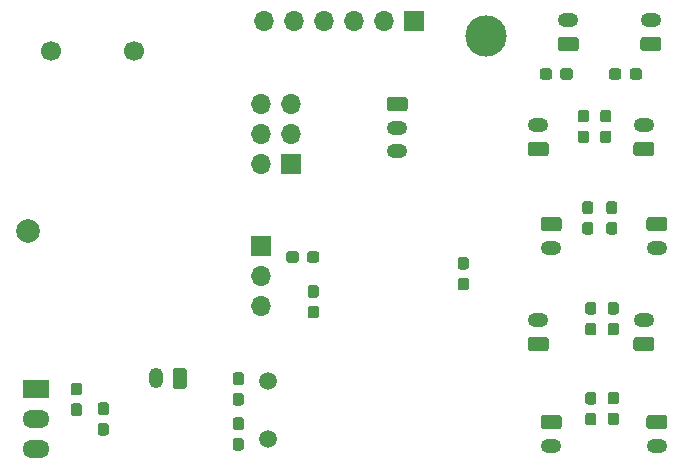
<source format=gbr>
G04 #@! TF.GenerationSoftware,KiCad,Pcbnew,5.1.5-52549c5~84~ubuntu18.04.1*
G04 #@! TF.CreationDate,2020-03-09T21:44:41-04:00*
G04 #@! TF.ProjectId,landfill_board_rev4,6c616e64-6669-46c6-9c5f-626f6172645f,rev?*
G04 #@! TF.SameCoordinates,Original*
G04 #@! TF.FileFunction,Soldermask,Bot*
G04 #@! TF.FilePolarity,Negative*
%FSLAX46Y46*%
G04 Gerber Fmt 4.6, Leading zero omitted, Abs format (unit mm)*
G04 Created by KiCad (PCBNEW 5.1.5-52549c5~84~ubuntu18.04.1) date 2020-03-09 21:44:41*
%MOMM*%
%LPD*%
G04 APERTURE LIST*
%ADD10O,1.700000X1.700000*%
%ADD11R,1.700000X1.700000*%
%ADD12O,1.200000X1.750000*%
%ADD13C,0.100000*%
%ADD14O,2.300000X1.500000*%
%ADD15R,2.300000X1.500000*%
%ADD16O,1.750000X1.200000*%
%ADD17C,1.700000*%
%ADD18C,1.500000*%
%ADD19C,2.000000*%
%ADD20C,3.500000*%
G04 APERTURE END LIST*
D10*
X120650000Y-62865000D03*
X120650000Y-60325000D03*
D11*
X120650000Y-57785000D03*
D12*
X111792000Y-68961000D03*
D13*
G36*
X114166505Y-68087204D02*
G01*
X114190773Y-68090804D01*
X114214572Y-68096765D01*
X114237671Y-68105030D01*
X114259850Y-68115520D01*
X114280893Y-68128132D01*
X114300599Y-68142747D01*
X114318777Y-68159223D01*
X114335253Y-68177401D01*
X114349868Y-68197107D01*
X114362480Y-68218150D01*
X114372970Y-68240329D01*
X114381235Y-68263428D01*
X114387196Y-68287227D01*
X114390796Y-68311495D01*
X114392000Y-68335999D01*
X114392000Y-69586001D01*
X114390796Y-69610505D01*
X114387196Y-69634773D01*
X114381235Y-69658572D01*
X114372970Y-69681671D01*
X114362480Y-69703850D01*
X114349868Y-69724893D01*
X114335253Y-69744599D01*
X114318777Y-69762777D01*
X114300599Y-69779253D01*
X114280893Y-69793868D01*
X114259850Y-69806480D01*
X114237671Y-69816970D01*
X114214572Y-69825235D01*
X114190773Y-69831196D01*
X114166505Y-69834796D01*
X114142001Y-69836000D01*
X113441999Y-69836000D01*
X113417495Y-69834796D01*
X113393227Y-69831196D01*
X113369428Y-69825235D01*
X113346329Y-69816970D01*
X113324150Y-69806480D01*
X113303107Y-69793868D01*
X113283401Y-69779253D01*
X113265223Y-69762777D01*
X113248747Y-69744599D01*
X113234132Y-69724893D01*
X113221520Y-69703850D01*
X113211030Y-69681671D01*
X113202765Y-69658572D01*
X113196804Y-69634773D01*
X113193204Y-69610505D01*
X113192000Y-69586001D01*
X113192000Y-68335999D01*
X113193204Y-68311495D01*
X113196804Y-68287227D01*
X113202765Y-68263428D01*
X113211030Y-68240329D01*
X113221520Y-68218150D01*
X113234132Y-68197107D01*
X113248747Y-68177401D01*
X113265223Y-68159223D01*
X113283401Y-68142747D01*
X113303107Y-68128132D01*
X113324150Y-68115520D01*
X113346329Y-68105030D01*
X113369428Y-68096765D01*
X113393227Y-68090804D01*
X113417495Y-68087204D01*
X113441999Y-68086000D01*
X114142001Y-68086000D01*
X114166505Y-68087204D01*
G37*
D14*
X101600000Y-74930000D03*
X101600000Y-72390000D03*
D15*
X101600000Y-69850000D03*
D16*
X144145000Y-64040000D03*
D13*
G36*
X144794505Y-65441204D02*
G01*
X144818773Y-65444804D01*
X144842572Y-65450765D01*
X144865671Y-65459030D01*
X144887850Y-65469520D01*
X144908893Y-65482132D01*
X144928599Y-65496747D01*
X144946777Y-65513223D01*
X144963253Y-65531401D01*
X144977868Y-65551107D01*
X144990480Y-65572150D01*
X145000970Y-65594329D01*
X145009235Y-65617428D01*
X145015196Y-65641227D01*
X145018796Y-65665495D01*
X145020000Y-65689999D01*
X145020000Y-66390001D01*
X145018796Y-66414505D01*
X145015196Y-66438773D01*
X145009235Y-66462572D01*
X145000970Y-66485671D01*
X144990480Y-66507850D01*
X144977868Y-66528893D01*
X144963253Y-66548599D01*
X144946777Y-66566777D01*
X144928599Y-66583253D01*
X144908893Y-66597868D01*
X144887850Y-66610480D01*
X144865671Y-66620970D01*
X144842572Y-66629235D01*
X144818773Y-66635196D01*
X144794505Y-66638796D01*
X144770001Y-66640000D01*
X143519999Y-66640000D01*
X143495495Y-66638796D01*
X143471227Y-66635196D01*
X143447428Y-66629235D01*
X143424329Y-66620970D01*
X143402150Y-66610480D01*
X143381107Y-66597868D01*
X143361401Y-66583253D01*
X143343223Y-66566777D01*
X143326747Y-66548599D01*
X143312132Y-66528893D01*
X143299520Y-66507850D01*
X143289030Y-66485671D01*
X143280765Y-66462572D01*
X143274804Y-66438773D01*
X143271204Y-66414505D01*
X143270000Y-66390001D01*
X143270000Y-65689999D01*
X143271204Y-65665495D01*
X143274804Y-65641227D01*
X143280765Y-65617428D01*
X143289030Y-65594329D01*
X143299520Y-65572150D01*
X143312132Y-65551107D01*
X143326747Y-65531401D01*
X143343223Y-65513223D01*
X143361401Y-65496747D01*
X143381107Y-65482132D01*
X143402150Y-65469520D01*
X143424329Y-65459030D01*
X143447428Y-65450765D01*
X143471227Y-65444804D01*
X143495495Y-65441204D01*
X143519999Y-65440000D01*
X144770001Y-65440000D01*
X144794505Y-65441204D01*
G37*
D16*
X153078000Y-64040000D03*
D13*
G36*
X153727505Y-65441204D02*
G01*
X153751773Y-65444804D01*
X153775572Y-65450765D01*
X153798671Y-65459030D01*
X153820850Y-65469520D01*
X153841893Y-65482132D01*
X153861599Y-65496747D01*
X153879777Y-65513223D01*
X153896253Y-65531401D01*
X153910868Y-65551107D01*
X153923480Y-65572150D01*
X153933970Y-65594329D01*
X153942235Y-65617428D01*
X153948196Y-65641227D01*
X153951796Y-65665495D01*
X153953000Y-65689999D01*
X153953000Y-66390001D01*
X153951796Y-66414505D01*
X153948196Y-66438773D01*
X153942235Y-66462572D01*
X153933970Y-66485671D01*
X153923480Y-66507850D01*
X153910868Y-66528893D01*
X153896253Y-66548599D01*
X153879777Y-66566777D01*
X153861599Y-66583253D01*
X153841893Y-66597868D01*
X153820850Y-66610480D01*
X153798671Y-66620970D01*
X153775572Y-66629235D01*
X153751773Y-66635196D01*
X153727505Y-66638796D01*
X153703001Y-66640000D01*
X152452999Y-66640000D01*
X152428495Y-66638796D01*
X152404227Y-66635196D01*
X152380428Y-66629235D01*
X152357329Y-66620970D01*
X152335150Y-66610480D01*
X152314107Y-66597868D01*
X152294401Y-66583253D01*
X152276223Y-66566777D01*
X152259747Y-66548599D01*
X152245132Y-66528893D01*
X152232520Y-66507850D01*
X152222030Y-66485671D01*
X152213765Y-66462572D01*
X152207804Y-66438773D01*
X152204204Y-66414505D01*
X152203000Y-66390001D01*
X152203000Y-65689999D01*
X152204204Y-65665495D01*
X152207804Y-65641227D01*
X152213765Y-65617428D01*
X152222030Y-65594329D01*
X152232520Y-65572150D01*
X152245132Y-65551107D01*
X152259747Y-65531401D01*
X152276223Y-65513223D01*
X152294401Y-65496747D01*
X152314107Y-65482132D01*
X152335150Y-65469520D01*
X152357329Y-65459030D01*
X152380428Y-65450765D01*
X152404227Y-65444804D01*
X152428495Y-65441204D01*
X152452999Y-65440000D01*
X153703001Y-65440000D01*
X153727505Y-65441204D01*
G37*
D16*
X154178000Y-74644000D03*
D13*
G36*
X154827505Y-72045204D02*
G01*
X154851773Y-72048804D01*
X154875572Y-72054765D01*
X154898671Y-72063030D01*
X154920850Y-72073520D01*
X154941893Y-72086132D01*
X154961599Y-72100747D01*
X154979777Y-72117223D01*
X154996253Y-72135401D01*
X155010868Y-72155107D01*
X155023480Y-72176150D01*
X155033970Y-72198329D01*
X155042235Y-72221428D01*
X155048196Y-72245227D01*
X155051796Y-72269495D01*
X155053000Y-72293999D01*
X155053000Y-72994001D01*
X155051796Y-73018505D01*
X155048196Y-73042773D01*
X155042235Y-73066572D01*
X155033970Y-73089671D01*
X155023480Y-73111850D01*
X155010868Y-73132893D01*
X154996253Y-73152599D01*
X154979777Y-73170777D01*
X154961599Y-73187253D01*
X154941893Y-73201868D01*
X154920850Y-73214480D01*
X154898671Y-73224970D01*
X154875572Y-73233235D01*
X154851773Y-73239196D01*
X154827505Y-73242796D01*
X154803001Y-73244000D01*
X153552999Y-73244000D01*
X153528495Y-73242796D01*
X153504227Y-73239196D01*
X153480428Y-73233235D01*
X153457329Y-73224970D01*
X153435150Y-73214480D01*
X153414107Y-73201868D01*
X153394401Y-73187253D01*
X153376223Y-73170777D01*
X153359747Y-73152599D01*
X153345132Y-73132893D01*
X153332520Y-73111850D01*
X153322030Y-73089671D01*
X153313765Y-73066572D01*
X153307804Y-73042773D01*
X153304204Y-73018505D01*
X153303000Y-72994001D01*
X153303000Y-72293999D01*
X153304204Y-72269495D01*
X153307804Y-72245227D01*
X153313765Y-72221428D01*
X153322030Y-72198329D01*
X153332520Y-72176150D01*
X153345132Y-72155107D01*
X153359747Y-72135401D01*
X153376223Y-72117223D01*
X153394401Y-72100747D01*
X153414107Y-72086132D01*
X153435150Y-72073520D01*
X153457329Y-72063030D01*
X153480428Y-72054765D01*
X153504227Y-72048804D01*
X153528495Y-72045204D01*
X153552999Y-72044000D01*
X154803001Y-72044000D01*
X154827505Y-72045204D01*
G37*
D16*
X145245000Y-74644000D03*
D13*
G36*
X145894505Y-72045204D02*
G01*
X145918773Y-72048804D01*
X145942572Y-72054765D01*
X145965671Y-72063030D01*
X145987850Y-72073520D01*
X146008893Y-72086132D01*
X146028599Y-72100747D01*
X146046777Y-72117223D01*
X146063253Y-72135401D01*
X146077868Y-72155107D01*
X146090480Y-72176150D01*
X146100970Y-72198329D01*
X146109235Y-72221428D01*
X146115196Y-72245227D01*
X146118796Y-72269495D01*
X146120000Y-72293999D01*
X146120000Y-72994001D01*
X146118796Y-73018505D01*
X146115196Y-73042773D01*
X146109235Y-73066572D01*
X146100970Y-73089671D01*
X146090480Y-73111850D01*
X146077868Y-73132893D01*
X146063253Y-73152599D01*
X146046777Y-73170777D01*
X146028599Y-73187253D01*
X146008893Y-73201868D01*
X145987850Y-73214480D01*
X145965671Y-73224970D01*
X145942572Y-73233235D01*
X145918773Y-73239196D01*
X145894505Y-73242796D01*
X145870001Y-73244000D01*
X144619999Y-73244000D01*
X144595495Y-73242796D01*
X144571227Y-73239196D01*
X144547428Y-73233235D01*
X144524329Y-73224970D01*
X144502150Y-73214480D01*
X144481107Y-73201868D01*
X144461401Y-73187253D01*
X144443223Y-73170777D01*
X144426747Y-73152599D01*
X144412132Y-73132893D01*
X144399520Y-73111850D01*
X144389030Y-73089671D01*
X144380765Y-73066572D01*
X144374804Y-73042773D01*
X144371204Y-73018505D01*
X144370000Y-72994001D01*
X144370000Y-72293999D01*
X144371204Y-72269495D01*
X144374804Y-72245227D01*
X144380765Y-72221428D01*
X144389030Y-72198329D01*
X144399520Y-72176150D01*
X144412132Y-72155107D01*
X144426747Y-72135401D01*
X144443223Y-72117223D01*
X144461401Y-72100747D01*
X144481107Y-72086132D01*
X144502150Y-72073520D01*
X144524329Y-72063030D01*
X144547428Y-72054765D01*
X144571227Y-72048804D01*
X144595495Y-72045204D01*
X144619999Y-72044000D01*
X145870001Y-72044000D01*
X145894505Y-72045204D01*
G37*
D16*
X154178000Y-57880000D03*
D13*
G36*
X154827505Y-55281204D02*
G01*
X154851773Y-55284804D01*
X154875572Y-55290765D01*
X154898671Y-55299030D01*
X154920850Y-55309520D01*
X154941893Y-55322132D01*
X154961599Y-55336747D01*
X154979777Y-55353223D01*
X154996253Y-55371401D01*
X155010868Y-55391107D01*
X155023480Y-55412150D01*
X155033970Y-55434329D01*
X155042235Y-55457428D01*
X155048196Y-55481227D01*
X155051796Y-55505495D01*
X155053000Y-55529999D01*
X155053000Y-56230001D01*
X155051796Y-56254505D01*
X155048196Y-56278773D01*
X155042235Y-56302572D01*
X155033970Y-56325671D01*
X155023480Y-56347850D01*
X155010868Y-56368893D01*
X154996253Y-56388599D01*
X154979777Y-56406777D01*
X154961599Y-56423253D01*
X154941893Y-56437868D01*
X154920850Y-56450480D01*
X154898671Y-56460970D01*
X154875572Y-56469235D01*
X154851773Y-56475196D01*
X154827505Y-56478796D01*
X154803001Y-56480000D01*
X153552999Y-56480000D01*
X153528495Y-56478796D01*
X153504227Y-56475196D01*
X153480428Y-56469235D01*
X153457329Y-56460970D01*
X153435150Y-56450480D01*
X153414107Y-56437868D01*
X153394401Y-56423253D01*
X153376223Y-56406777D01*
X153359747Y-56388599D01*
X153345132Y-56368893D01*
X153332520Y-56347850D01*
X153322030Y-56325671D01*
X153313765Y-56302572D01*
X153307804Y-56278773D01*
X153304204Y-56254505D01*
X153303000Y-56230001D01*
X153303000Y-55529999D01*
X153304204Y-55505495D01*
X153307804Y-55481227D01*
X153313765Y-55457428D01*
X153322030Y-55434329D01*
X153332520Y-55412150D01*
X153345132Y-55391107D01*
X153359747Y-55371401D01*
X153376223Y-55353223D01*
X153394401Y-55336747D01*
X153414107Y-55322132D01*
X153435150Y-55309520D01*
X153457329Y-55299030D01*
X153480428Y-55290765D01*
X153504227Y-55284804D01*
X153528495Y-55281204D01*
X153552999Y-55280000D01*
X154803001Y-55280000D01*
X154827505Y-55281204D01*
G37*
D16*
X145245000Y-57880000D03*
D13*
G36*
X145894505Y-55281204D02*
G01*
X145918773Y-55284804D01*
X145942572Y-55290765D01*
X145965671Y-55299030D01*
X145987850Y-55309520D01*
X146008893Y-55322132D01*
X146028599Y-55336747D01*
X146046777Y-55353223D01*
X146063253Y-55371401D01*
X146077868Y-55391107D01*
X146090480Y-55412150D01*
X146100970Y-55434329D01*
X146109235Y-55457428D01*
X146115196Y-55481227D01*
X146118796Y-55505495D01*
X146120000Y-55529999D01*
X146120000Y-56230001D01*
X146118796Y-56254505D01*
X146115196Y-56278773D01*
X146109235Y-56302572D01*
X146100970Y-56325671D01*
X146090480Y-56347850D01*
X146077868Y-56368893D01*
X146063253Y-56388599D01*
X146046777Y-56406777D01*
X146028599Y-56423253D01*
X146008893Y-56437868D01*
X145987850Y-56450480D01*
X145965671Y-56460970D01*
X145942572Y-56469235D01*
X145918773Y-56475196D01*
X145894505Y-56478796D01*
X145870001Y-56480000D01*
X144619999Y-56480000D01*
X144595495Y-56478796D01*
X144571227Y-56475196D01*
X144547428Y-56469235D01*
X144524329Y-56460970D01*
X144502150Y-56450480D01*
X144481107Y-56437868D01*
X144461401Y-56423253D01*
X144443223Y-56406777D01*
X144426747Y-56388599D01*
X144412132Y-56368893D01*
X144399520Y-56347850D01*
X144389030Y-56325671D01*
X144380765Y-56302572D01*
X144374804Y-56278773D01*
X144371204Y-56254505D01*
X144370000Y-56230001D01*
X144370000Y-55529999D01*
X144371204Y-55505495D01*
X144374804Y-55481227D01*
X144380765Y-55457428D01*
X144389030Y-55434329D01*
X144399520Y-55412150D01*
X144412132Y-55391107D01*
X144426747Y-55371401D01*
X144443223Y-55353223D01*
X144461401Y-55336747D01*
X144481107Y-55322132D01*
X144502150Y-55309520D01*
X144524329Y-55299030D01*
X144547428Y-55290765D01*
X144571227Y-55284804D01*
X144595495Y-55281204D01*
X144619999Y-55280000D01*
X145870001Y-55280000D01*
X145894505Y-55281204D01*
G37*
D16*
X153078000Y-47530000D03*
D13*
G36*
X153727505Y-48931204D02*
G01*
X153751773Y-48934804D01*
X153775572Y-48940765D01*
X153798671Y-48949030D01*
X153820850Y-48959520D01*
X153841893Y-48972132D01*
X153861599Y-48986747D01*
X153879777Y-49003223D01*
X153896253Y-49021401D01*
X153910868Y-49041107D01*
X153923480Y-49062150D01*
X153933970Y-49084329D01*
X153942235Y-49107428D01*
X153948196Y-49131227D01*
X153951796Y-49155495D01*
X153953000Y-49179999D01*
X153953000Y-49880001D01*
X153951796Y-49904505D01*
X153948196Y-49928773D01*
X153942235Y-49952572D01*
X153933970Y-49975671D01*
X153923480Y-49997850D01*
X153910868Y-50018893D01*
X153896253Y-50038599D01*
X153879777Y-50056777D01*
X153861599Y-50073253D01*
X153841893Y-50087868D01*
X153820850Y-50100480D01*
X153798671Y-50110970D01*
X153775572Y-50119235D01*
X153751773Y-50125196D01*
X153727505Y-50128796D01*
X153703001Y-50130000D01*
X152452999Y-50130000D01*
X152428495Y-50128796D01*
X152404227Y-50125196D01*
X152380428Y-50119235D01*
X152357329Y-50110970D01*
X152335150Y-50100480D01*
X152314107Y-50087868D01*
X152294401Y-50073253D01*
X152276223Y-50056777D01*
X152259747Y-50038599D01*
X152245132Y-50018893D01*
X152232520Y-49997850D01*
X152222030Y-49975671D01*
X152213765Y-49952572D01*
X152207804Y-49928773D01*
X152204204Y-49904505D01*
X152203000Y-49880001D01*
X152203000Y-49179999D01*
X152204204Y-49155495D01*
X152207804Y-49131227D01*
X152213765Y-49107428D01*
X152222030Y-49084329D01*
X152232520Y-49062150D01*
X152245132Y-49041107D01*
X152259747Y-49021401D01*
X152276223Y-49003223D01*
X152294401Y-48986747D01*
X152314107Y-48972132D01*
X152335150Y-48959520D01*
X152357329Y-48949030D01*
X152380428Y-48940765D01*
X152404227Y-48934804D01*
X152428495Y-48931204D01*
X152452999Y-48930000D01*
X153703001Y-48930000D01*
X153727505Y-48931204D01*
G37*
D16*
X144145000Y-47530000D03*
D13*
G36*
X144794505Y-48931204D02*
G01*
X144818773Y-48934804D01*
X144842572Y-48940765D01*
X144865671Y-48949030D01*
X144887850Y-48959520D01*
X144908893Y-48972132D01*
X144928599Y-48986747D01*
X144946777Y-49003223D01*
X144963253Y-49021401D01*
X144977868Y-49041107D01*
X144990480Y-49062150D01*
X145000970Y-49084329D01*
X145009235Y-49107428D01*
X145015196Y-49131227D01*
X145018796Y-49155495D01*
X145020000Y-49179999D01*
X145020000Y-49880001D01*
X145018796Y-49904505D01*
X145015196Y-49928773D01*
X145009235Y-49952572D01*
X145000970Y-49975671D01*
X144990480Y-49997850D01*
X144977868Y-50018893D01*
X144963253Y-50038599D01*
X144946777Y-50056777D01*
X144928599Y-50073253D01*
X144908893Y-50087868D01*
X144887850Y-50100480D01*
X144865671Y-50110970D01*
X144842572Y-50119235D01*
X144818773Y-50125196D01*
X144794505Y-50128796D01*
X144770001Y-50130000D01*
X143519999Y-50130000D01*
X143495495Y-50128796D01*
X143471227Y-50125196D01*
X143447428Y-50119235D01*
X143424329Y-50110970D01*
X143402150Y-50100480D01*
X143381107Y-50087868D01*
X143361401Y-50073253D01*
X143343223Y-50056777D01*
X143326747Y-50038599D01*
X143312132Y-50018893D01*
X143299520Y-49997850D01*
X143289030Y-49975671D01*
X143280765Y-49952572D01*
X143274804Y-49928773D01*
X143271204Y-49904505D01*
X143270000Y-49880001D01*
X143270000Y-49179999D01*
X143271204Y-49155495D01*
X143274804Y-49131227D01*
X143280765Y-49107428D01*
X143289030Y-49084329D01*
X143299520Y-49062150D01*
X143312132Y-49041107D01*
X143326747Y-49021401D01*
X143343223Y-49003223D01*
X143361401Y-48986747D01*
X143381107Y-48972132D01*
X143402150Y-48959520D01*
X143424329Y-48949030D01*
X143447428Y-48940765D01*
X143471227Y-48934804D01*
X143495495Y-48931204D01*
X143519999Y-48930000D01*
X144770001Y-48930000D01*
X144794505Y-48931204D01*
G37*
D16*
X132207000Y-49720000D03*
X132207000Y-47720000D03*
D13*
G36*
X132856505Y-45121204D02*
G01*
X132880773Y-45124804D01*
X132904572Y-45130765D01*
X132927671Y-45139030D01*
X132949850Y-45149520D01*
X132970893Y-45162132D01*
X132990599Y-45176747D01*
X133008777Y-45193223D01*
X133025253Y-45211401D01*
X133039868Y-45231107D01*
X133052480Y-45252150D01*
X133062970Y-45274329D01*
X133071235Y-45297428D01*
X133077196Y-45321227D01*
X133080796Y-45345495D01*
X133082000Y-45369999D01*
X133082000Y-46070001D01*
X133080796Y-46094505D01*
X133077196Y-46118773D01*
X133071235Y-46142572D01*
X133062970Y-46165671D01*
X133052480Y-46187850D01*
X133039868Y-46208893D01*
X133025253Y-46228599D01*
X133008777Y-46246777D01*
X132990599Y-46263253D01*
X132970893Y-46277868D01*
X132949850Y-46290480D01*
X132927671Y-46300970D01*
X132904572Y-46309235D01*
X132880773Y-46315196D01*
X132856505Y-46318796D01*
X132832001Y-46320000D01*
X131581999Y-46320000D01*
X131557495Y-46318796D01*
X131533227Y-46315196D01*
X131509428Y-46309235D01*
X131486329Y-46300970D01*
X131464150Y-46290480D01*
X131443107Y-46277868D01*
X131423401Y-46263253D01*
X131405223Y-46246777D01*
X131388747Y-46228599D01*
X131374132Y-46208893D01*
X131361520Y-46187850D01*
X131351030Y-46165671D01*
X131342765Y-46142572D01*
X131336804Y-46118773D01*
X131333204Y-46094505D01*
X131332000Y-46070001D01*
X131332000Y-45369999D01*
X131333204Y-45345495D01*
X131336804Y-45321227D01*
X131342765Y-45297428D01*
X131351030Y-45274329D01*
X131361520Y-45252150D01*
X131374132Y-45231107D01*
X131388747Y-45211401D01*
X131405223Y-45193223D01*
X131423401Y-45176747D01*
X131443107Y-45162132D01*
X131464150Y-45149520D01*
X131486329Y-45139030D01*
X131509428Y-45130765D01*
X131533227Y-45124804D01*
X131557495Y-45121204D01*
X131581999Y-45120000D01*
X132832001Y-45120000D01*
X132856505Y-45121204D01*
G37*
D16*
X153670000Y-38640000D03*
D13*
G36*
X154319505Y-40041204D02*
G01*
X154343773Y-40044804D01*
X154367572Y-40050765D01*
X154390671Y-40059030D01*
X154412850Y-40069520D01*
X154433893Y-40082132D01*
X154453599Y-40096747D01*
X154471777Y-40113223D01*
X154488253Y-40131401D01*
X154502868Y-40151107D01*
X154515480Y-40172150D01*
X154525970Y-40194329D01*
X154534235Y-40217428D01*
X154540196Y-40241227D01*
X154543796Y-40265495D01*
X154545000Y-40289999D01*
X154545000Y-40990001D01*
X154543796Y-41014505D01*
X154540196Y-41038773D01*
X154534235Y-41062572D01*
X154525970Y-41085671D01*
X154515480Y-41107850D01*
X154502868Y-41128893D01*
X154488253Y-41148599D01*
X154471777Y-41166777D01*
X154453599Y-41183253D01*
X154433893Y-41197868D01*
X154412850Y-41210480D01*
X154390671Y-41220970D01*
X154367572Y-41229235D01*
X154343773Y-41235196D01*
X154319505Y-41238796D01*
X154295001Y-41240000D01*
X153044999Y-41240000D01*
X153020495Y-41238796D01*
X152996227Y-41235196D01*
X152972428Y-41229235D01*
X152949329Y-41220970D01*
X152927150Y-41210480D01*
X152906107Y-41197868D01*
X152886401Y-41183253D01*
X152868223Y-41166777D01*
X152851747Y-41148599D01*
X152837132Y-41128893D01*
X152824520Y-41107850D01*
X152814030Y-41085671D01*
X152805765Y-41062572D01*
X152799804Y-41038773D01*
X152796204Y-41014505D01*
X152795000Y-40990001D01*
X152795000Y-40289999D01*
X152796204Y-40265495D01*
X152799804Y-40241227D01*
X152805765Y-40217428D01*
X152814030Y-40194329D01*
X152824520Y-40172150D01*
X152837132Y-40151107D01*
X152851747Y-40131401D01*
X152868223Y-40113223D01*
X152886401Y-40096747D01*
X152906107Y-40082132D01*
X152927150Y-40069520D01*
X152949329Y-40059030D01*
X152972428Y-40050765D01*
X152996227Y-40044804D01*
X153020495Y-40041204D01*
X153044999Y-40040000D01*
X154295001Y-40040000D01*
X154319505Y-40041204D01*
G37*
D16*
X146685000Y-38640000D03*
D13*
G36*
X147334505Y-40041204D02*
G01*
X147358773Y-40044804D01*
X147382572Y-40050765D01*
X147405671Y-40059030D01*
X147427850Y-40069520D01*
X147448893Y-40082132D01*
X147468599Y-40096747D01*
X147486777Y-40113223D01*
X147503253Y-40131401D01*
X147517868Y-40151107D01*
X147530480Y-40172150D01*
X147540970Y-40194329D01*
X147549235Y-40217428D01*
X147555196Y-40241227D01*
X147558796Y-40265495D01*
X147560000Y-40289999D01*
X147560000Y-40990001D01*
X147558796Y-41014505D01*
X147555196Y-41038773D01*
X147549235Y-41062572D01*
X147540970Y-41085671D01*
X147530480Y-41107850D01*
X147517868Y-41128893D01*
X147503253Y-41148599D01*
X147486777Y-41166777D01*
X147468599Y-41183253D01*
X147448893Y-41197868D01*
X147427850Y-41210480D01*
X147405671Y-41220970D01*
X147382572Y-41229235D01*
X147358773Y-41235196D01*
X147334505Y-41238796D01*
X147310001Y-41240000D01*
X146059999Y-41240000D01*
X146035495Y-41238796D01*
X146011227Y-41235196D01*
X145987428Y-41229235D01*
X145964329Y-41220970D01*
X145942150Y-41210480D01*
X145921107Y-41197868D01*
X145901401Y-41183253D01*
X145883223Y-41166777D01*
X145866747Y-41148599D01*
X145852132Y-41128893D01*
X145839520Y-41107850D01*
X145829030Y-41085671D01*
X145820765Y-41062572D01*
X145814804Y-41038773D01*
X145811204Y-41014505D01*
X145810000Y-40990001D01*
X145810000Y-40289999D01*
X145811204Y-40265495D01*
X145814804Y-40241227D01*
X145820765Y-40217428D01*
X145829030Y-40194329D01*
X145839520Y-40172150D01*
X145852132Y-40151107D01*
X145866747Y-40131401D01*
X145883223Y-40113223D01*
X145901401Y-40096747D01*
X145921107Y-40082132D01*
X145942150Y-40069520D01*
X145964329Y-40059030D01*
X145987428Y-40050765D01*
X146011227Y-40044804D01*
X146035495Y-40041204D01*
X146059999Y-40040000D01*
X147310001Y-40040000D01*
X147334505Y-40041204D01*
G37*
D17*
X109910000Y-41275000D03*
X102910000Y-41275000D03*
D18*
X121285000Y-74095000D03*
X121285000Y-69215000D03*
D13*
G36*
X148850779Y-64246144D02*
G01*
X148873834Y-64249563D01*
X148896443Y-64255227D01*
X148918387Y-64263079D01*
X148939457Y-64273044D01*
X148959448Y-64285026D01*
X148978168Y-64298910D01*
X148995438Y-64314562D01*
X149011090Y-64331832D01*
X149024974Y-64350552D01*
X149036956Y-64370543D01*
X149046921Y-64391613D01*
X149054773Y-64413557D01*
X149060437Y-64436166D01*
X149063856Y-64459221D01*
X149065000Y-64482500D01*
X149065000Y-65057500D01*
X149063856Y-65080779D01*
X149060437Y-65103834D01*
X149054773Y-65126443D01*
X149046921Y-65148387D01*
X149036956Y-65169457D01*
X149024974Y-65189448D01*
X149011090Y-65208168D01*
X148995438Y-65225438D01*
X148978168Y-65241090D01*
X148959448Y-65254974D01*
X148939457Y-65266956D01*
X148918387Y-65276921D01*
X148896443Y-65284773D01*
X148873834Y-65290437D01*
X148850779Y-65293856D01*
X148827500Y-65295000D01*
X148352500Y-65295000D01*
X148329221Y-65293856D01*
X148306166Y-65290437D01*
X148283557Y-65284773D01*
X148261613Y-65276921D01*
X148240543Y-65266956D01*
X148220552Y-65254974D01*
X148201832Y-65241090D01*
X148184562Y-65225438D01*
X148168910Y-65208168D01*
X148155026Y-65189448D01*
X148143044Y-65169457D01*
X148133079Y-65148387D01*
X148125227Y-65126443D01*
X148119563Y-65103834D01*
X148116144Y-65080779D01*
X148115000Y-65057500D01*
X148115000Y-64482500D01*
X148116144Y-64459221D01*
X148119563Y-64436166D01*
X148125227Y-64413557D01*
X148133079Y-64391613D01*
X148143044Y-64370543D01*
X148155026Y-64350552D01*
X148168910Y-64331832D01*
X148184562Y-64314562D01*
X148201832Y-64298910D01*
X148220552Y-64285026D01*
X148240543Y-64273044D01*
X148261613Y-64263079D01*
X148283557Y-64255227D01*
X148306166Y-64249563D01*
X148329221Y-64246144D01*
X148352500Y-64245000D01*
X148827500Y-64245000D01*
X148850779Y-64246144D01*
G37*
G36*
X148850779Y-62496144D02*
G01*
X148873834Y-62499563D01*
X148896443Y-62505227D01*
X148918387Y-62513079D01*
X148939457Y-62523044D01*
X148959448Y-62535026D01*
X148978168Y-62548910D01*
X148995438Y-62564562D01*
X149011090Y-62581832D01*
X149024974Y-62600552D01*
X149036956Y-62620543D01*
X149046921Y-62641613D01*
X149054773Y-62663557D01*
X149060437Y-62686166D01*
X149063856Y-62709221D01*
X149065000Y-62732500D01*
X149065000Y-63307500D01*
X149063856Y-63330779D01*
X149060437Y-63353834D01*
X149054773Y-63376443D01*
X149046921Y-63398387D01*
X149036956Y-63419457D01*
X149024974Y-63439448D01*
X149011090Y-63458168D01*
X148995438Y-63475438D01*
X148978168Y-63491090D01*
X148959448Y-63504974D01*
X148939457Y-63516956D01*
X148918387Y-63526921D01*
X148896443Y-63534773D01*
X148873834Y-63540437D01*
X148850779Y-63543856D01*
X148827500Y-63545000D01*
X148352500Y-63545000D01*
X148329221Y-63543856D01*
X148306166Y-63540437D01*
X148283557Y-63534773D01*
X148261613Y-63526921D01*
X148240543Y-63516956D01*
X148220552Y-63504974D01*
X148201832Y-63491090D01*
X148184562Y-63475438D01*
X148168910Y-63458168D01*
X148155026Y-63439448D01*
X148143044Y-63419457D01*
X148133079Y-63398387D01*
X148125227Y-63376443D01*
X148119563Y-63353834D01*
X148116144Y-63330779D01*
X148115000Y-63307500D01*
X148115000Y-62732500D01*
X148116144Y-62709221D01*
X148119563Y-62686166D01*
X148125227Y-62663557D01*
X148133079Y-62641613D01*
X148143044Y-62620543D01*
X148155026Y-62600552D01*
X148168910Y-62581832D01*
X148184562Y-62564562D01*
X148201832Y-62548910D01*
X148220552Y-62535026D01*
X148240543Y-62523044D01*
X148261613Y-62513079D01*
X148283557Y-62505227D01*
X148306166Y-62499563D01*
X148329221Y-62496144D01*
X148352500Y-62495000D01*
X148827500Y-62495000D01*
X148850779Y-62496144D01*
G37*
G36*
X150755779Y-64246144D02*
G01*
X150778834Y-64249563D01*
X150801443Y-64255227D01*
X150823387Y-64263079D01*
X150844457Y-64273044D01*
X150864448Y-64285026D01*
X150883168Y-64298910D01*
X150900438Y-64314562D01*
X150916090Y-64331832D01*
X150929974Y-64350552D01*
X150941956Y-64370543D01*
X150951921Y-64391613D01*
X150959773Y-64413557D01*
X150965437Y-64436166D01*
X150968856Y-64459221D01*
X150970000Y-64482500D01*
X150970000Y-65057500D01*
X150968856Y-65080779D01*
X150965437Y-65103834D01*
X150959773Y-65126443D01*
X150951921Y-65148387D01*
X150941956Y-65169457D01*
X150929974Y-65189448D01*
X150916090Y-65208168D01*
X150900438Y-65225438D01*
X150883168Y-65241090D01*
X150864448Y-65254974D01*
X150844457Y-65266956D01*
X150823387Y-65276921D01*
X150801443Y-65284773D01*
X150778834Y-65290437D01*
X150755779Y-65293856D01*
X150732500Y-65295000D01*
X150257500Y-65295000D01*
X150234221Y-65293856D01*
X150211166Y-65290437D01*
X150188557Y-65284773D01*
X150166613Y-65276921D01*
X150145543Y-65266956D01*
X150125552Y-65254974D01*
X150106832Y-65241090D01*
X150089562Y-65225438D01*
X150073910Y-65208168D01*
X150060026Y-65189448D01*
X150048044Y-65169457D01*
X150038079Y-65148387D01*
X150030227Y-65126443D01*
X150024563Y-65103834D01*
X150021144Y-65080779D01*
X150020000Y-65057500D01*
X150020000Y-64482500D01*
X150021144Y-64459221D01*
X150024563Y-64436166D01*
X150030227Y-64413557D01*
X150038079Y-64391613D01*
X150048044Y-64370543D01*
X150060026Y-64350552D01*
X150073910Y-64331832D01*
X150089562Y-64314562D01*
X150106832Y-64298910D01*
X150125552Y-64285026D01*
X150145543Y-64273044D01*
X150166613Y-64263079D01*
X150188557Y-64255227D01*
X150211166Y-64249563D01*
X150234221Y-64246144D01*
X150257500Y-64245000D01*
X150732500Y-64245000D01*
X150755779Y-64246144D01*
G37*
G36*
X150755779Y-62496144D02*
G01*
X150778834Y-62499563D01*
X150801443Y-62505227D01*
X150823387Y-62513079D01*
X150844457Y-62523044D01*
X150864448Y-62535026D01*
X150883168Y-62548910D01*
X150900438Y-62564562D01*
X150916090Y-62581832D01*
X150929974Y-62600552D01*
X150941956Y-62620543D01*
X150951921Y-62641613D01*
X150959773Y-62663557D01*
X150965437Y-62686166D01*
X150968856Y-62709221D01*
X150970000Y-62732500D01*
X150970000Y-63307500D01*
X150968856Y-63330779D01*
X150965437Y-63353834D01*
X150959773Y-63376443D01*
X150951921Y-63398387D01*
X150941956Y-63419457D01*
X150929974Y-63439448D01*
X150916090Y-63458168D01*
X150900438Y-63475438D01*
X150883168Y-63491090D01*
X150864448Y-63504974D01*
X150844457Y-63516956D01*
X150823387Y-63526921D01*
X150801443Y-63534773D01*
X150778834Y-63540437D01*
X150755779Y-63543856D01*
X150732500Y-63545000D01*
X150257500Y-63545000D01*
X150234221Y-63543856D01*
X150211166Y-63540437D01*
X150188557Y-63534773D01*
X150166613Y-63526921D01*
X150145543Y-63516956D01*
X150125552Y-63504974D01*
X150106832Y-63491090D01*
X150089562Y-63475438D01*
X150073910Y-63458168D01*
X150060026Y-63439448D01*
X150048044Y-63419457D01*
X150038079Y-63398387D01*
X150030227Y-63376443D01*
X150024563Y-63353834D01*
X150021144Y-63330779D01*
X150020000Y-63307500D01*
X150020000Y-62732500D01*
X150021144Y-62709221D01*
X150024563Y-62686166D01*
X150030227Y-62663557D01*
X150038079Y-62641613D01*
X150048044Y-62620543D01*
X150060026Y-62600552D01*
X150073910Y-62581832D01*
X150089562Y-62564562D01*
X150106832Y-62548910D01*
X150125552Y-62535026D01*
X150145543Y-62523044D01*
X150166613Y-62513079D01*
X150188557Y-62505227D01*
X150211166Y-62499563D01*
X150234221Y-62496144D01*
X150257500Y-62495000D01*
X150732500Y-62495000D01*
X150755779Y-62496144D01*
G37*
G36*
X150755779Y-71852144D02*
G01*
X150778834Y-71855563D01*
X150801443Y-71861227D01*
X150823387Y-71869079D01*
X150844457Y-71879044D01*
X150864448Y-71891026D01*
X150883168Y-71904910D01*
X150900438Y-71920562D01*
X150916090Y-71937832D01*
X150929974Y-71956552D01*
X150941956Y-71976543D01*
X150951921Y-71997613D01*
X150959773Y-72019557D01*
X150965437Y-72042166D01*
X150968856Y-72065221D01*
X150970000Y-72088500D01*
X150970000Y-72663500D01*
X150968856Y-72686779D01*
X150965437Y-72709834D01*
X150959773Y-72732443D01*
X150951921Y-72754387D01*
X150941956Y-72775457D01*
X150929974Y-72795448D01*
X150916090Y-72814168D01*
X150900438Y-72831438D01*
X150883168Y-72847090D01*
X150864448Y-72860974D01*
X150844457Y-72872956D01*
X150823387Y-72882921D01*
X150801443Y-72890773D01*
X150778834Y-72896437D01*
X150755779Y-72899856D01*
X150732500Y-72901000D01*
X150257500Y-72901000D01*
X150234221Y-72899856D01*
X150211166Y-72896437D01*
X150188557Y-72890773D01*
X150166613Y-72882921D01*
X150145543Y-72872956D01*
X150125552Y-72860974D01*
X150106832Y-72847090D01*
X150089562Y-72831438D01*
X150073910Y-72814168D01*
X150060026Y-72795448D01*
X150048044Y-72775457D01*
X150038079Y-72754387D01*
X150030227Y-72732443D01*
X150024563Y-72709834D01*
X150021144Y-72686779D01*
X150020000Y-72663500D01*
X150020000Y-72088500D01*
X150021144Y-72065221D01*
X150024563Y-72042166D01*
X150030227Y-72019557D01*
X150038079Y-71997613D01*
X150048044Y-71976543D01*
X150060026Y-71956552D01*
X150073910Y-71937832D01*
X150089562Y-71920562D01*
X150106832Y-71904910D01*
X150125552Y-71891026D01*
X150145543Y-71879044D01*
X150166613Y-71869079D01*
X150188557Y-71861227D01*
X150211166Y-71855563D01*
X150234221Y-71852144D01*
X150257500Y-71851000D01*
X150732500Y-71851000D01*
X150755779Y-71852144D01*
G37*
G36*
X150755779Y-70102144D02*
G01*
X150778834Y-70105563D01*
X150801443Y-70111227D01*
X150823387Y-70119079D01*
X150844457Y-70129044D01*
X150864448Y-70141026D01*
X150883168Y-70154910D01*
X150900438Y-70170562D01*
X150916090Y-70187832D01*
X150929974Y-70206552D01*
X150941956Y-70226543D01*
X150951921Y-70247613D01*
X150959773Y-70269557D01*
X150965437Y-70292166D01*
X150968856Y-70315221D01*
X150970000Y-70338500D01*
X150970000Y-70913500D01*
X150968856Y-70936779D01*
X150965437Y-70959834D01*
X150959773Y-70982443D01*
X150951921Y-71004387D01*
X150941956Y-71025457D01*
X150929974Y-71045448D01*
X150916090Y-71064168D01*
X150900438Y-71081438D01*
X150883168Y-71097090D01*
X150864448Y-71110974D01*
X150844457Y-71122956D01*
X150823387Y-71132921D01*
X150801443Y-71140773D01*
X150778834Y-71146437D01*
X150755779Y-71149856D01*
X150732500Y-71151000D01*
X150257500Y-71151000D01*
X150234221Y-71149856D01*
X150211166Y-71146437D01*
X150188557Y-71140773D01*
X150166613Y-71132921D01*
X150145543Y-71122956D01*
X150125552Y-71110974D01*
X150106832Y-71097090D01*
X150089562Y-71081438D01*
X150073910Y-71064168D01*
X150060026Y-71045448D01*
X150048044Y-71025457D01*
X150038079Y-71004387D01*
X150030227Y-70982443D01*
X150024563Y-70959834D01*
X150021144Y-70936779D01*
X150020000Y-70913500D01*
X150020000Y-70338500D01*
X150021144Y-70315221D01*
X150024563Y-70292166D01*
X150030227Y-70269557D01*
X150038079Y-70247613D01*
X150048044Y-70226543D01*
X150060026Y-70206552D01*
X150073910Y-70187832D01*
X150089562Y-70170562D01*
X150106832Y-70154910D01*
X150125552Y-70141026D01*
X150145543Y-70129044D01*
X150166613Y-70119079D01*
X150188557Y-70111227D01*
X150211166Y-70105563D01*
X150234221Y-70102144D01*
X150257500Y-70101000D01*
X150732500Y-70101000D01*
X150755779Y-70102144D01*
G37*
G36*
X148850779Y-71866144D02*
G01*
X148873834Y-71869563D01*
X148896443Y-71875227D01*
X148918387Y-71883079D01*
X148939457Y-71893044D01*
X148959448Y-71905026D01*
X148978168Y-71918910D01*
X148995438Y-71934562D01*
X149011090Y-71951832D01*
X149024974Y-71970552D01*
X149036956Y-71990543D01*
X149046921Y-72011613D01*
X149054773Y-72033557D01*
X149060437Y-72056166D01*
X149063856Y-72079221D01*
X149065000Y-72102500D01*
X149065000Y-72677500D01*
X149063856Y-72700779D01*
X149060437Y-72723834D01*
X149054773Y-72746443D01*
X149046921Y-72768387D01*
X149036956Y-72789457D01*
X149024974Y-72809448D01*
X149011090Y-72828168D01*
X148995438Y-72845438D01*
X148978168Y-72861090D01*
X148959448Y-72874974D01*
X148939457Y-72886956D01*
X148918387Y-72896921D01*
X148896443Y-72904773D01*
X148873834Y-72910437D01*
X148850779Y-72913856D01*
X148827500Y-72915000D01*
X148352500Y-72915000D01*
X148329221Y-72913856D01*
X148306166Y-72910437D01*
X148283557Y-72904773D01*
X148261613Y-72896921D01*
X148240543Y-72886956D01*
X148220552Y-72874974D01*
X148201832Y-72861090D01*
X148184562Y-72845438D01*
X148168910Y-72828168D01*
X148155026Y-72809448D01*
X148143044Y-72789457D01*
X148133079Y-72768387D01*
X148125227Y-72746443D01*
X148119563Y-72723834D01*
X148116144Y-72700779D01*
X148115000Y-72677500D01*
X148115000Y-72102500D01*
X148116144Y-72079221D01*
X148119563Y-72056166D01*
X148125227Y-72033557D01*
X148133079Y-72011613D01*
X148143044Y-71990543D01*
X148155026Y-71970552D01*
X148168910Y-71951832D01*
X148184562Y-71934562D01*
X148201832Y-71918910D01*
X148220552Y-71905026D01*
X148240543Y-71893044D01*
X148261613Y-71883079D01*
X148283557Y-71875227D01*
X148306166Y-71869563D01*
X148329221Y-71866144D01*
X148352500Y-71865000D01*
X148827500Y-71865000D01*
X148850779Y-71866144D01*
G37*
G36*
X148850779Y-70116144D02*
G01*
X148873834Y-70119563D01*
X148896443Y-70125227D01*
X148918387Y-70133079D01*
X148939457Y-70143044D01*
X148959448Y-70155026D01*
X148978168Y-70168910D01*
X148995438Y-70184562D01*
X149011090Y-70201832D01*
X149024974Y-70220552D01*
X149036956Y-70240543D01*
X149046921Y-70261613D01*
X149054773Y-70283557D01*
X149060437Y-70306166D01*
X149063856Y-70329221D01*
X149065000Y-70352500D01*
X149065000Y-70927500D01*
X149063856Y-70950779D01*
X149060437Y-70973834D01*
X149054773Y-70996443D01*
X149046921Y-71018387D01*
X149036956Y-71039457D01*
X149024974Y-71059448D01*
X149011090Y-71078168D01*
X148995438Y-71095438D01*
X148978168Y-71111090D01*
X148959448Y-71124974D01*
X148939457Y-71136956D01*
X148918387Y-71146921D01*
X148896443Y-71154773D01*
X148873834Y-71160437D01*
X148850779Y-71163856D01*
X148827500Y-71165000D01*
X148352500Y-71165000D01*
X148329221Y-71163856D01*
X148306166Y-71160437D01*
X148283557Y-71154773D01*
X148261613Y-71146921D01*
X148240543Y-71136956D01*
X148220552Y-71124974D01*
X148201832Y-71111090D01*
X148184562Y-71095438D01*
X148168910Y-71078168D01*
X148155026Y-71059448D01*
X148143044Y-71039457D01*
X148133079Y-71018387D01*
X148125227Y-70996443D01*
X148119563Y-70973834D01*
X148116144Y-70950779D01*
X148115000Y-70927500D01*
X148115000Y-70352500D01*
X148116144Y-70329221D01*
X148119563Y-70306166D01*
X148125227Y-70283557D01*
X148133079Y-70261613D01*
X148143044Y-70240543D01*
X148155026Y-70220552D01*
X148168910Y-70201832D01*
X148184562Y-70184562D01*
X148201832Y-70168910D01*
X148220552Y-70155026D01*
X148240543Y-70143044D01*
X148261613Y-70133079D01*
X148283557Y-70125227D01*
X148306166Y-70119563D01*
X148329221Y-70116144D01*
X148352500Y-70115000D01*
X148827500Y-70115000D01*
X148850779Y-70116144D01*
G37*
G36*
X150628779Y-55723144D02*
G01*
X150651834Y-55726563D01*
X150674443Y-55732227D01*
X150696387Y-55740079D01*
X150717457Y-55750044D01*
X150737448Y-55762026D01*
X150756168Y-55775910D01*
X150773438Y-55791562D01*
X150789090Y-55808832D01*
X150802974Y-55827552D01*
X150814956Y-55847543D01*
X150824921Y-55868613D01*
X150832773Y-55890557D01*
X150838437Y-55913166D01*
X150841856Y-55936221D01*
X150843000Y-55959500D01*
X150843000Y-56534500D01*
X150841856Y-56557779D01*
X150838437Y-56580834D01*
X150832773Y-56603443D01*
X150824921Y-56625387D01*
X150814956Y-56646457D01*
X150802974Y-56666448D01*
X150789090Y-56685168D01*
X150773438Y-56702438D01*
X150756168Y-56718090D01*
X150737448Y-56731974D01*
X150717457Y-56743956D01*
X150696387Y-56753921D01*
X150674443Y-56761773D01*
X150651834Y-56767437D01*
X150628779Y-56770856D01*
X150605500Y-56772000D01*
X150130500Y-56772000D01*
X150107221Y-56770856D01*
X150084166Y-56767437D01*
X150061557Y-56761773D01*
X150039613Y-56753921D01*
X150018543Y-56743956D01*
X149998552Y-56731974D01*
X149979832Y-56718090D01*
X149962562Y-56702438D01*
X149946910Y-56685168D01*
X149933026Y-56666448D01*
X149921044Y-56646457D01*
X149911079Y-56625387D01*
X149903227Y-56603443D01*
X149897563Y-56580834D01*
X149894144Y-56557779D01*
X149893000Y-56534500D01*
X149893000Y-55959500D01*
X149894144Y-55936221D01*
X149897563Y-55913166D01*
X149903227Y-55890557D01*
X149911079Y-55868613D01*
X149921044Y-55847543D01*
X149933026Y-55827552D01*
X149946910Y-55808832D01*
X149962562Y-55791562D01*
X149979832Y-55775910D01*
X149998552Y-55762026D01*
X150018543Y-55750044D01*
X150039613Y-55740079D01*
X150061557Y-55732227D01*
X150084166Y-55726563D01*
X150107221Y-55723144D01*
X150130500Y-55722000D01*
X150605500Y-55722000D01*
X150628779Y-55723144D01*
G37*
G36*
X150628779Y-53973144D02*
G01*
X150651834Y-53976563D01*
X150674443Y-53982227D01*
X150696387Y-53990079D01*
X150717457Y-54000044D01*
X150737448Y-54012026D01*
X150756168Y-54025910D01*
X150773438Y-54041562D01*
X150789090Y-54058832D01*
X150802974Y-54077552D01*
X150814956Y-54097543D01*
X150824921Y-54118613D01*
X150832773Y-54140557D01*
X150838437Y-54163166D01*
X150841856Y-54186221D01*
X150843000Y-54209500D01*
X150843000Y-54784500D01*
X150841856Y-54807779D01*
X150838437Y-54830834D01*
X150832773Y-54853443D01*
X150824921Y-54875387D01*
X150814956Y-54896457D01*
X150802974Y-54916448D01*
X150789090Y-54935168D01*
X150773438Y-54952438D01*
X150756168Y-54968090D01*
X150737448Y-54981974D01*
X150717457Y-54993956D01*
X150696387Y-55003921D01*
X150674443Y-55011773D01*
X150651834Y-55017437D01*
X150628779Y-55020856D01*
X150605500Y-55022000D01*
X150130500Y-55022000D01*
X150107221Y-55020856D01*
X150084166Y-55017437D01*
X150061557Y-55011773D01*
X150039613Y-55003921D01*
X150018543Y-54993956D01*
X149998552Y-54981974D01*
X149979832Y-54968090D01*
X149962562Y-54952438D01*
X149946910Y-54935168D01*
X149933026Y-54916448D01*
X149921044Y-54896457D01*
X149911079Y-54875387D01*
X149903227Y-54853443D01*
X149897563Y-54830834D01*
X149894144Y-54807779D01*
X149893000Y-54784500D01*
X149893000Y-54209500D01*
X149894144Y-54186221D01*
X149897563Y-54163166D01*
X149903227Y-54140557D01*
X149911079Y-54118613D01*
X149921044Y-54097543D01*
X149933026Y-54077552D01*
X149946910Y-54058832D01*
X149962562Y-54041562D01*
X149979832Y-54025910D01*
X149998552Y-54012026D01*
X150018543Y-54000044D01*
X150039613Y-53990079D01*
X150061557Y-53982227D01*
X150084166Y-53976563D01*
X150107221Y-53973144D01*
X150130500Y-53972000D01*
X150605500Y-53972000D01*
X150628779Y-53973144D01*
G37*
G36*
X148596779Y-55723144D02*
G01*
X148619834Y-55726563D01*
X148642443Y-55732227D01*
X148664387Y-55740079D01*
X148685457Y-55750044D01*
X148705448Y-55762026D01*
X148724168Y-55775910D01*
X148741438Y-55791562D01*
X148757090Y-55808832D01*
X148770974Y-55827552D01*
X148782956Y-55847543D01*
X148792921Y-55868613D01*
X148800773Y-55890557D01*
X148806437Y-55913166D01*
X148809856Y-55936221D01*
X148811000Y-55959500D01*
X148811000Y-56534500D01*
X148809856Y-56557779D01*
X148806437Y-56580834D01*
X148800773Y-56603443D01*
X148792921Y-56625387D01*
X148782956Y-56646457D01*
X148770974Y-56666448D01*
X148757090Y-56685168D01*
X148741438Y-56702438D01*
X148724168Y-56718090D01*
X148705448Y-56731974D01*
X148685457Y-56743956D01*
X148664387Y-56753921D01*
X148642443Y-56761773D01*
X148619834Y-56767437D01*
X148596779Y-56770856D01*
X148573500Y-56772000D01*
X148098500Y-56772000D01*
X148075221Y-56770856D01*
X148052166Y-56767437D01*
X148029557Y-56761773D01*
X148007613Y-56753921D01*
X147986543Y-56743956D01*
X147966552Y-56731974D01*
X147947832Y-56718090D01*
X147930562Y-56702438D01*
X147914910Y-56685168D01*
X147901026Y-56666448D01*
X147889044Y-56646457D01*
X147879079Y-56625387D01*
X147871227Y-56603443D01*
X147865563Y-56580834D01*
X147862144Y-56557779D01*
X147861000Y-56534500D01*
X147861000Y-55959500D01*
X147862144Y-55936221D01*
X147865563Y-55913166D01*
X147871227Y-55890557D01*
X147879079Y-55868613D01*
X147889044Y-55847543D01*
X147901026Y-55827552D01*
X147914910Y-55808832D01*
X147930562Y-55791562D01*
X147947832Y-55775910D01*
X147966552Y-55762026D01*
X147986543Y-55750044D01*
X148007613Y-55740079D01*
X148029557Y-55732227D01*
X148052166Y-55726563D01*
X148075221Y-55723144D01*
X148098500Y-55722000D01*
X148573500Y-55722000D01*
X148596779Y-55723144D01*
G37*
G36*
X148596779Y-53973144D02*
G01*
X148619834Y-53976563D01*
X148642443Y-53982227D01*
X148664387Y-53990079D01*
X148685457Y-54000044D01*
X148705448Y-54012026D01*
X148724168Y-54025910D01*
X148741438Y-54041562D01*
X148757090Y-54058832D01*
X148770974Y-54077552D01*
X148782956Y-54097543D01*
X148792921Y-54118613D01*
X148800773Y-54140557D01*
X148806437Y-54163166D01*
X148809856Y-54186221D01*
X148811000Y-54209500D01*
X148811000Y-54784500D01*
X148809856Y-54807779D01*
X148806437Y-54830834D01*
X148800773Y-54853443D01*
X148792921Y-54875387D01*
X148782956Y-54896457D01*
X148770974Y-54916448D01*
X148757090Y-54935168D01*
X148741438Y-54952438D01*
X148724168Y-54968090D01*
X148705448Y-54981974D01*
X148685457Y-54993956D01*
X148664387Y-55003921D01*
X148642443Y-55011773D01*
X148619834Y-55017437D01*
X148596779Y-55020856D01*
X148573500Y-55022000D01*
X148098500Y-55022000D01*
X148075221Y-55020856D01*
X148052166Y-55017437D01*
X148029557Y-55011773D01*
X148007613Y-55003921D01*
X147986543Y-54993956D01*
X147966552Y-54981974D01*
X147947832Y-54968090D01*
X147930562Y-54952438D01*
X147914910Y-54935168D01*
X147901026Y-54916448D01*
X147889044Y-54896457D01*
X147879079Y-54875387D01*
X147871227Y-54853443D01*
X147865563Y-54830834D01*
X147862144Y-54807779D01*
X147861000Y-54784500D01*
X147861000Y-54209500D01*
X147862144Y-54186221D01*
X147865563Y-54163166D01*
X147871227Y-54140557D01*
X147879079Y-54118613D01*
X147889044Y-54097543D01*
X147901026Y-54077552D01*
X147914910Y-54058832D01*
X147930562Y-54041562D01*
X147947832Y-54025910D01*
X147966552Y-54012026D01*
X147986543Y-54000044D01*
X148007613Y-53990079D01*
X148029557Y-53982227D01*
X148052166Y-53976563D01*
X148075221Y-53973144D01*
X148098500Y-53972000D01*
X148573500Y-53972000D01*
X148596779Y-53973144D01*
G37*
G36*
X150120779Y-47976144D02*
G01*
X150143834Y-47979563D01*
X150166443Y-47985227D01*
X150188387Y-47993079D01*
X150209457Y-48003044D01*
X150229448Y-48015026D01*
X150248168Y-48028910D01*
X150265438Y-48044562D01*
X150281090Y-48061832D01*
X150294974Y-48080552D01*
X150306956Y-48100543D01*
X150316921Y-48121613D01*
X150324773Y-48143557D01*
X150330437Y-48166166D01*
X150333856Y-48189221D01*
X150335000Y-48212500D01*
X150335000Y-48787500D01*
X150333856Y-48810779D01*
X150330437Y-48833834D01*
X150324773Y-48856443D01*
X150316921Y-48878387D01*
X150306956Y-48899457D01*
X150294974Y-48919448D01*
X150281090Y-48938168D01*
X150265438Y-48955438D01*
X150248168Y-48971090D01*
X150229448Y-48984974D01*
X150209457Y-48996956D01*
X150188387Y-49006921D01*
X150166443Y-49014773D01*
X150143834Y-49020437D01*
X150120779Y-49023856D01*
X150097500Y-49025000D01*
X149622500Y-49025000D01*
X149599221Y-49023856D01*
X149576166Y-49020437D01*
X149553557Y-49014773D01*
X149531613Y-49006921D01*
X149510543Y-48996956D01*
X149490552Y-48984974D01*
X149471832Y-48971090D01*
X149454562Y-48955438D01*
X149438910Y-48938168D01*
X149425026Y-48919448D01*
X149413044Y-48899457D01*
X149403079Y-48878387D01*
X149395227Y-48856443D01*
X149389563Y-48833834D01*
X149386144Y-48810779D01*
X149385000Y-48787500D01*
X149385000Y-48212500D01*
X149386144Y-48189221D01*
X149389563Y-48166166D01*
X149395227Y-48143557D01*
X149403079Y-48121613D01*
X149413044Y-48100543D01*
X149425026Y-48080552D01*
X149438910Y-48061832D01*
X149454562Y-48044562D01*
X149471832Y-48028910D01*
X149490552Y-48015026D01*
X149510543Y-48003044D01*
X149531613Y-47993079D01*
X149553557Y-47985227D01*
X149576166Y-47979563D01*
X149599221Y-47976144D01*
X149622500Y-47975000D01*
X150097500Y-47975000D01*
X150120779Y-47976144D01*
G37*
G36*
X150120779Y-46226144D02*
G01*
X150143834Y-46229563D01*
X150166443Y-46235227D01*
X150188387Y-46243079D01*
X150209457Y-46253044D01*
X150229448Y-46265026D01*
X150248168Y-46278910D01*
X150265438Y-46294562D01*
X150281090Y-46311832D01*
X150294974Y-46330552D01*
X150306956Y-46350543D01*
X150316921Y-46371613D01*
X150324773Y-46393557D01*
X150330437Y-46416166D01*
X150333856Y-46439221D01*
X150335000Y-46462500D01*
X150335000Y-47037500D01*
X150333856Y-47060779D01*
X150330437Y-47083834D01*
X150324773Y-47106443D01*
X150316921Y-47128387D01*
X150306956Y-47149457D01*
X150294974Y-47169448D01*
X150281090Y-47188168D01*
X150265438Y-47205438D01*
X150248168Y-47221090D01*
X150229448Y-47234974D01*
X150209457Y-47246956D01*
X150188387Y-47256921D01*
X150166443Y-47264773D01*
X150143834Y-47270437D01*
X150120779Y-47273856D01*
X150097500Y-47275000D01*
X149622500Y-47275000D01*
X149599221Y-47273856D01*
X149576166Y-47270437D01*
X149553557Y-47264773D01*
X149531613Y-47256921D01*
X149510543Y-47246956D01*
X149490552Y-47234974D01*
X149471832Y-47221090D01*
X149454562Y-47205438D01*
X149438910Y-47188168D01*
X149425026Y-47169448D01*
X149413044Y-47149457D01*
X149403079Y-47128387D01*
X149395227Y-47106443D01*
X149389563Y-47083834D01*
X149386144Y-47060779D01*
X149385000Y-47037500D01*
X149385000Y-46462500D01*
X149386144Y-46439221D01*
X149389563Y-46416166D01*
X149395227Y-46393557D01*
X149403079Y-46371613D01*
X149413044Y-46350543D01*
X149425026Y-46330552D01*
X149438910Y-46311832D01*
X149454562Y-46294562D01*
X149471832Y-46278910D01*
X149490552Y-46265026D01*
X149510543Y-46253044D01*
X149531613Y-46243079D01*
X149553557Y-46235227D01*
X149576166Y-46229563D01*
X149599221Y-46226144D01*
X149622500Y-46225000D01*
X150097500Y-46225000D01*
X150120779Y-46226144D01*
G37*
G36*
X148215779Y-47976144D02*
G01*
X148238834Y-47979563D01*
X148261443Y-47985227D01*
X148283387Y-47993079D01*
X148304457Y-48003044D01*
X148324448Y-48015026D01*
X148343168Y-48028910D01*
X148360438Y-48044562D01*
X148376090Y-48061832D01*
X148389974Y-48080552D01*
X148401956Y-48100543D01*
X148411921Y-48121613D01*
X148419773Y-48143557D01*
X148425437Y-48166166D01*
X148428856Y-48189221D01*
X148430000Y-48212500D01*
X148430000Y-48787500D01*
X148428856Y-48810779D01*
X148425437Y-48833834D01*
X148419773Y-48856443D01*
X148411921Y-48878387D01*
X148401956Y-48899457D01*
X148389974Y-48919448D01*
X148376090Y-48938168D01*
X148360438Y-48955438D01*
X148343168Y-48971090D01*
X148324448Y-48984974D01*
X148304457Y-48996956D01*
X148283387Y-49006921D01*
X148261443Y-49014773D01*
X148238834Y-49020437D01*
X148215779Y-49023856D01*
X148192500Y-49025000D01*
X147717500Y-49025000D01*
X147694221Y-49023856D01*
X147671166Y-49020437D01*
X147648557Y-49014773D01*
X147626613Y-49006921D01*
X147605543Y-48996956D01*
X147585552Y-48984974D01*
X147566832Y-48971090D01*
X147549562Y-48955438D01*
X147533910Y-48938168D01*
X147520026Y-48919448D01*
X147508044Y-48899457D01*
X147498079Y-48878387D01*
X147490227Y-48856443D01*
X147484563Y-48833834D01*
X147481144Y-48810779D01*
X147480000Y-48787500D01*
X147480000Y-48212500D01*
X147481144Y-48189221D01*
X147484563Y-48166166D01*
X147490227Y-48143557D01*
X147498079Y-48121613D01*
X147508044Y-48100543D01*
X147520026Y-48080552D01*
X147533910Y-48061832D01*
X147549562Y-48044562D01*
X147566832Y-48028910D01*
X147585552Y-48015026D01*
X147605543Y-48003044D01*
X147626613Y-47993079D01*
X147648557Y-47985227D01*
X147671166Y-47979563D01*
X147694221Y-47976144D01*
X147717500Y-47975000D01*
X148192500Y-47975000D01*
X148215779Y-47976144D01*
G37*
G36*
X148215779Y-46226144D02*
G01*
X148238834Y-46229563D01*
X148261443Y-46235227D01*
X148283387Y-46243079D01*
X148304457Y-46253044D01*
X148324448Y-46265026D01*
X148343168Y-46278910D01*
X148360438Y-46294562D01*
X148376090Y-46311832D01*
X148389974Y-46330552D01*
X148401956Y-46350543D01*
X148411921Y-46371613D01*
X148419773Y-46393557D01*
X148425437Y-46416166D01*
X148428856Y-46439221D01*
X148430000Y-46462500D01*
X148430000Y-47037500D01*
X148428856Y-47060779D01*
X148425437Y-47083834D01*
X148419773Y-47106443D01*
X148411921Y-47128387D01*
X148401956Y-47149457D01*
X148389974Y-47169448D01*
X148376090Y-47188168D01*
X148360438Y-47205438D01*
X148343168Y-47221090D01*
X148324448Y-47234974D01*
X148304457Y-47246956D01*
X148283387Y-47256921D01*
X148261443Y-47264773D01*
X148238834Y-47270437D01*
X148215779Y-47273856D01*
X148192500Y-47275000D01*
X147717500Y-47275000D01*
X147694221Y-47273856D01*
X147671166Y-47270437D01*
X147648557Y-47264773D01*
X147626613Y-47256921D01*
X147605543Y-47246956D01*
X147585552Y-47234974D01*
X147566832Y-47221090D01*
X147549562Y-47205438D01*
X147533910Y-47188168D01*
X147520026Y-47169448D01*
X147508044Y-47149457D01*
X147498079Y-47128387D01*
X147490227Y-47106443D01*
X147484563Y-47083834D01*
X147481144Y-47060779D01*
X147480000Y-47037500D01*
X147480000Y-46462500D01*
X147481144Y-46439221D01*
X147484563Y-46416166D01*
X147490227Y-46393557D01*
X147498079Y-46371613D01*
X147508044Y-46350543D01*
X147520026Y-46330552D01*
X147533910Y-46311832D01*
X147549562Y-46294562D01*
X147566832Y-46278910D01*
X147585552Y-46265026D01*
X147605543Y-46253044D01*
X147626613Y-46243079D01*
X147648557Y-46235227D01*
X147671166Y-46229563D01*
X147694221Y-46226144D01*
X147717500Y-46225000D01*
X148192500Y-46225000D01*
X148215779Y-46226144D01*
G37*
G36*
X152710779Y-42706144D02*
G01*
X152733834Y-42709563D01*
X152756443Y-42715227D01*
X152778387Y-42723079D01*
X152799457Y-42733044D01*
X152819448Y-42745026D01*
X152838168Y-42758910D01*
X152855438Y-42774562D01*
X152871090Y-42791832D01*
X152884974Y-42810552D01*
X152896956Y-42830543D01*
X152906921Y-42851613D01*
X152914773Y-42873557D01*
X152920437Y-42896166D01*
X152923856Y-42919221D01*
X152925000Y-42942500D01*
X152925000Y-43417500D01*
X152923856Y-43440779D01*
X152920437Y-43463834D01*
X152914773Y-43486443D01*
X152906921Y-43508387D01*
X152896956Y-43529457D01*
X152884974Y-43549448D01*
X152871090Y-43568168D01*
X152855438Y-43585438D01*
X152838168Y-43601090D01*
X152819448Y-43614974D01*
X152799457Y-43626956D01*
X152778387Y-43636921D01*
X152756443Y-43644773D01*
X152733834Y-43650437D01*
X152710779Y-43653856D01*
X152687500Y-43655000D01*
X152112500Y-43655000D01*
X152089221Y-43653856D01*
X152066166Y-43650437D01*
X152043557Y-43644773D01*
X152021613Y-43636921D01*
X152000543Y-43626956D01*
X151980552Y-43614974D01*
X151961832Y-43601090D01*
X151944562Y-43585438D01*
X151928910Y-43568168D01*
X151915026Y-43549448D01*
X151903044Y-43529457D01*
X151893079Y-43508387D01*
X151885227Y-43486443D01*
X151879563Y-43463834D01*
X151876144Y-43440779D01*
X151875000Y-43417500D01*
X151875000Y-42942500D01*
X151876144Y-42919221D01*
X151879563Y-42896166D01*
X151885227Y-42873557D01*
X151893079Y-42851613D01*
X151903044Y-42830543D01*
X151915026Y-42810552D01*
X151928910Y-42791832D01*
X151944562Y-42774562D01*
X151961832Y-42758910D01*
X151980552Y-42745026D01*
X152000543Y-42733044D01*
X152021613Y-42723079D01*
X152043557Y-42715227D01*
X152066166Y-42709563D01*
X152089221Y-42706144D01*
X152112500Y-42705000D01*
X152687500Y-42705000D01*
X152710779Y-42706144D01*
G37*
G36*
X150960779Y-42706144D02*
G01*
X150983834Y-42709563D01*
X151006443Y-42715227D01*
X151028387Y-42723079D01*
X151049457Y-42733044D01*
X151069448Y-42745026D01*
X151088168Y-42758910D01*
X151105438Y-42774562D01*
X151121090Y-42791832D01*
X151134974Y-42810552D01*
X151146956Y-42830543D01*
X151156921Y-42851613D01*
X151164773Y-42873557D01*
X151170437Y-42896166D01*
X151173856Y-42919221D01*
X151175000Y-42942500D01*
X151175000Y-43417500D01*
X151173856Y-43440779D01*
X151170437Y-43463834D01*
X151164773Y-43486443D01*
X151156921Y-43508387D01*
X151146956Y-43529457D01*
X151134974Y-43549448D01*
X151121090Y-43568168D01*
X151105438Y-43585438D01*
X151088168Y-43601090D01*
X151069448Y-43614974D01*
X151049457Y-43626956D01*
X151028387Y-43636921D01*
X151006443Y-43644773D01*
X150983834Y-43650437D01*
X150960779Y-43653856D01*
X150937500Y-43655000D01*
X150362500Y-43655000D01*
X150339221Y-43653856D01*
X150316166Y-43650437D01*
X150293557Y-43644773D01*
X150271613Y-43636921D01*
X150250543Y-43626956D01*
X150230552Y-43614974D01*
X150211832Y-43601090D01*
X150194562Y-43585438D01*
X150178910Y-43568168D01*
X150165026Y-43549448D01*
X150153044Y-43529457D01*
X150143079Y-43508387D01*
X150135227Y-43486443D01*
X150129563Y-43463834D01*
X150126144Y-43440779D01*
X150125000Y-43417500D01*
X150125000Y-42942500D01*
X150126144Y-42919221D01*
X150129563Y-42896166D01*
X150135227Y-42873557D01*
X150143079Y-42851613D01*
X150153044Y-42830543D01*
X150165026Y-42810552D01*
X150178910Y-42791832D01*
X150194562Y-42774562D01*
X150211832Y-42758910D01*
X150230552Y-42745026D01*
X150250543Y-42733044D01*
X150271613Y-42723079D01*
X150293557Y-42715227D01*
X150316166Y-42709563D01*
X150339221Y-42706144D01*
X150362500Y-42705000D01*
X150937500Y-42705000D01*
X150960779Y-42706144D01*
G37*
G36*
X146840779Y-42706144D02*
G01*
X146863834Y-42709563D01*
X146886443Y-42715227D01*
X146908387Y-42723079D01*
X146929457Y-42733044D01*
X146949448Y-42745026D01*
X146968168Y-42758910D01*
X146985438Y-42774562D01*
X147001090Y-42791832D01*
X147014974Y-42810552D01*
X147026956Y-42830543D01*
X147036921Y-42851613D01*
X147044773Y-42873557D01*
X147050437Y-42896166D01*
X147053856Y-42919221D01*
X147055000Y-42942500D01*
X147055000Y-43417500D01*
X147053856Y-43440779D01*
X147050437Y-43463834D01*
X147044773Y-43486443D01*
X147036921Y-43508387D01*
X147026956Y-43529457D01*
X147014974Y-43549448D01*
X147001090Y-43568168D01*
X146985438Y-43585438D01*
X146968168Y-43601090D01*
X146949448Y-43614974D01*
X146929457Y-43626956D01*
X146908387Y-43636921D01*
X146886443Y-43644773D01*
X146863834Y-43650437D01*
X146840779Y-43653856D01*
X146817500Y-43655000D01*
X146242500Y-43655000D01*
X146219221Y-43653856D01*
X146196166Y-43650437D01*
X146173557Y-43644773D01*
X146151613Y-43636921D01*
X146130543Y-43626956D01*
X146110552Y-43614974D01*
X146091832Y-43601090D01*
X146074562Y-43585438D01*
X146058910Y-43568168D01*
X146045026Y-43549448D01*
X146033044Y-43529457D01*
X146023079Y-43508387D01*
X146015227Y-43486443D01*
X146009563Y-43463834D01*
X146006144Y-43440779D01*
X146005000Y-43417500D01*
X146005000Y-42942500D01*
X146006144Y-42919221D01*
X146009563Y-42896166D01*
X146015227Y-42873557D01*
X146023079Y-42851613D01*
X146033044Y-42830543D01*
X146045026Y-42810552D01*
X146058910Y-42791832D01*
X146074562Y-42774562D01*
X146091832Y-42758910D01*
X146110552Y-42745026D01*
X146130543Y-42733044D01*
X146151613Y-42723079D01*
X146173557Y-42715227D01*
X146196166Y-42709563D01*
X146219221Y-42706144D01*
X146242500Y-42705000D01*
X146817500Y-42705000D01*
X146840779Y-42706144D01*
G37*
G36*
X145090779Y-42706144D02*
G01*
X145113834Y-42709563D01*
X145136443Y-42715227D01*
X145158387Y-42723079D01*
X145179457Y-42733044D01*
X145199448Y-42745026D01*
X145218168Y-42758910D01*
X145235438Y-42774562D01*
X145251090Y-42791832D01*
X145264974Y-42810552D01*
X145276956Y-42830543D01*
X145286921Y-42851613D01*
X145294773Y-42873557D01*
X145300437Y-42896166D01*
X145303856Y-42919221D01*
X145305000Y-42942500D01*
X145305000Y-43417500D01*
X145303856Y-43440779D01*
X145300437Y-43463834D01*
X145294773Y-43486443D01*
X145286921Y-43508387D01*
X145276956Y-43529457D01*
X145264974Y-43549448D01*
X145251090Y-43568168D01*
X145235438Y-43585438D01*
X145218168Y-43601090D01*
X145199448Y-43614974D01*
X145179457Y-43626956D01*
X145158387Y-43636921D01*
X145136443Y-43644773D01*
X145113834Y-43650437D01*
X145090779Y-43653856D01*
X145067500Y-43655000D01*
X144492500Y-43655000D01*
X144469221Y-43653856D01*
X144446166Y-43650437D01*
X144423557Y-43644773D01*
X144401613Y-43636921D01*
X144380543Y-43626956D01*
X144360552Y-43614974D01*
X144341832Y-43601090D01*
X144324562Y-43585438D01*
X144308910Y-43568168D01*
X144295026Y-43549448D01*
X144283044Y-43529457D01*
X144273079Y-43508387D01*
X144265227Y-43486443D01*
X144259563Y-43463834D01*
X144256144Y-43440779D01*
X144255000Y-43417500D01*
X144255000Y-42942500D01*
X144256144Y-42919221D01*
X144259563Y-42896166D01*
X144265227Y-42873557D01*
X144273079Y-42851613D01*
X144283044Y-42830543D01*
X144295026Y-42810552D01*
X144308910Y-42791832D01*
X144324562Y-42774562D01*
X144341832Y-42758910D01*
X144360552Y-42745026D01*
X144380543Y-42733044D01*
X144401613Y-42723079D01*
X144423557Y-42715227D01*
X144446166Y-42709563D01*
X144469221Y-42706144D01*
X144492500Y-42705000D01*
X145067500Y-42705000D01*
X145090779Y-42706144D01*
G37*
D19*
X100950000Y-56515000D03*
D10*
X120650000Y-45720000D03*
X123190000Y-45720000D03*
X120650000Y-48260000D03*
X123190000Y-48260000D03*
X120650000Y-50800000D03*
D11*
X123190000Y-50800000D03*
D10*
X120904000Y-38735000D03*
X123444000Y-38735000D03*
X125984000Y-38735000D03*
X128524000Y-38735000D03*
X131064000Y-38735000D03*
D11*
X133604000Y-38735000D03*
D20*
X139700000Y-40005000D03*
D13*
G36*
X107575779Y-70991144D02*
G01*
X107598834Y-70994563D01*
X107621443Y-71000227D01*
X107643387Y-71008079D01*
X107664457Y-71018044D01*
X107684448Y-71030026D01*
X107703168Y-71043910D01*
X107720438Y-71059562D01*
X107736090Y-71076832D01*
X107749974Y-71095552D01*
X107761956Y-71115543D01*
X107771921Y-71136613D01*
X107779773Y-71158557D01*
X107785437Y-71181166D01*
X107788856Y-71204221D01*
X107790000Y-71227500D01*
X107790000Y-71802500D01*
X107788856Y-71825779D01*
X107785437Y-71848834D01*
X107779773Y-71871443D01*
X107771921Y-71893387D01*
X107761956Y-71914457D01*
X107749974Y-71934448D01*
X107736090Y-71953168D01*
X107720438Y-71970438D01*
X107703168Y-71986090D01*
X107684448Y-71999974D01*
X107664457Y-72011956D01*
X107643387Y-72021921D01*
X107621443Y-72029773D01*
X107598834Y-72035437D01*
X107575779Y-72038856D01*
X107552500Y-72040000D01*
X107077500Y-72040000D01*
X107054221Y-72038856D01*
X107031166Y-72035437D01*
X107008557Y-72029773D01*
X106986613Y-72021921D01*
X106965543Y-72011956D01*
X106945552Y-71999974D01*
X106926832Y-71986090D01*
X106909562Y-71970438D01*
X106893910Y-71953168D01*
X106880026Y-71934448D01*
X106868044Y-71914457D01*
X106858079Y-71893387D01*
X106850227Y-71871443D01*
X106844563Y-71848834D01*
X106841144Y-71825779D01*
X106840000Y-71802500D01*
X106840000Y-71227500D01*
X106841144Y-71204221D01*
X106844563Y-71181166D01*
X106850227Y-71158557D01*
X106858079Y-71136613D01*
X106868044Y-71115543D01*
X106880026Y-71095552D01*
X106893910Y-71076832D01*
X106909562Y-71059562D01*
X106926832Y-71043910D01*
X106945552Y-71030026D01*
X106965543Y-71018044D01*
X106986613Y-71008079D01*
X107008557Y-71000227D01*
X107031166Y-70994563D01*
X107054221Y-70991144D01*
X107077500Y-70990000D01*
X107552500Y-70990000D01*
X107575779Y-70991144D01*
G37*
G36*
X107575779Y-72741144D02*
G01*
X107598834Y-72744563D01*
X107621443Y-72750227D01*
X107643387Y-72758079D01*
X107664457Y-72768044D01*
X107684448Y-72780026D01*
X107703168Y-72793910D01*
X107720438Y-72809562D01*
X107736090Y-72826832D01*
X107749974Y-72845552D01*
X107761956Y-72865543D01*
X107771921Y-72886613D01*
X107779773Y-72908557D01*
X107785437Y-72931166D01*
X107788856Y-72954221D01*
X107790000Y-72977500D01*
X107790000Y-73552500D01*
X107788856Y-73575779D01*
X107785437Y-73598834D01*
X107779773Y-73621443D01*
X107771921Y-73643387D01*
X107761956Y-73664457D01*
X107749974Y-73684448D01*
X107736090Y-73703168D01*
X107720438Y-73720438D01*
X107703168Y-73736090D01*
X107684448Y-73749974D01*
X107664457Y-73761956D01*
X107643387Y-73771921D01*
X107621443Y-73779773D01*
X107598834Y-73785437D01*
X107575779Y-73788856D01*
X107552500Y-73790000D01*
X107077500Y-73790000D01*
X107054221Y-73788856D01*
X107031166Y-73785437D01*
X107008557Y-73779773D01*
X106986613Y-73771921D01*
X106965543Y-73761956D01*
X106945552Y-73749974D01*
X106926832Y-73736090D01*
X106909562Y-73720438D01*
X106893910Y-73703168D01*
X106880026Y-73684448D01*
X106868044Y-73664457D01*
X106858079Y-73643387D01*
X106850227Y-73621443D01*
X106844563Y-73598834D01*
X106841144Y-73575779D01*
X106840000Y-73552500D01*
X106840000Y-72977500D01*
X106841144Y-72954221D01*
X106844563Y-72931166D01*
X106850227Y-72908557D01*
X106858079Y-72886613D01*
X106868044Y-72865543D01*
X106880026Y-72845552D01*
X106893910Y-72826832D01*
X106909562Y-72809562D01*
X106926832Y-72793910D01*
X106945552Y-72780026D01*
X106965543Y-72768044D01*
X106986613Y-72758079D01*
X107008557Y-72750227D01*
X107031166Y-72744563D01*
X107054221Y-72741144D01*
X107077500Y-72740000D01*
X107552500Y-72740000D01*
X107575779Y-72741144D01*
G37*
G36*
X105289779Y-71076144D02*
G01*
X105312834Y-71079563D01*
X105335443Y-71085227D01*
X105357387Y-71093079D01*
X105378457Y-71103044D01*
X105398448Y-71115026D01*
X105417168Y-71128910D01*
X105434438Y-71144562D01*
X105450090Y-71161832D01*
X105463974Y-71180552D01*
X105475956Y-71200543D01*
X105485921Y-71221613D01*
X105493773Y-71243557D01*
X105499437Y-71266166D01*
X105502856Y-71289221D01*
X105504000Y-71312500D01*
X105504000Y-71887500D01*
X105502856Y-71910779D01*
X105499437Y-71933834D01*
X105493773Y-71956443D01*
X105485921Y-71978387D01*
X105475956Y-71999457D01*
X105463974Y-72019448D01*
X105450090Y-72038168D01*
X105434438Y-72055438D01*
X105417168Y-72071090D01*
X105398448Y-72084974D01*
X105378457Y-72096956D01*
X105357387Y-72106921D01*
X105335443Y-72114773D01*
X105312834Y-72120437D01*
X105289779Y-72123856D01*
X105266500Y-72125000D01*
X104791500Y-72125000D01*
X104768221Y-72123856D01*
X104745166Y-72120437D01*
X104722557Y-72114773D01*
X104700613Y-72106921D01*
X104679543Y-72096956D01*
X104659552Y-72084974D01*
X104640832Y-72071090D01*
X104623562Y-72055438D01*
X104607910Y-72038168D01*
X104594026Y-72019448D01*
X104582044Y-71999457D01*
X104572079Y-71978387D01*
X104564227Y-71956443D01*
X104558563Y-71933834D01*
X104555144Y-71910779D01*
X104554000Y-71887500D01*
X104554000Y-71312500D01*
X104555144Y-71289221D01*
X104558563Y-71266166D01*
X104564227Y-71243557D01*
X104572079Y-71221613D01*
X104582044Y-71200543D01*
X104594026Y-71180552D01*
X104607910Y-71161832D01*
X104623562Y-71144562D01*
X104640832Y-71128910D01*
X104659552Y-71115026D01*
X104679543Y-71103044D01*
X104700613Y-71093079D01*
X104722557Y-71085227D01*
X104745166Y-71079563D01*
X104768221Y-71076144D01*
X104791500Y-71075000D01*
X105266500Y-71075000D01*
X105289779Y-71076144D01*
G37*
G36*
X105289779Y-69326144D02*
G01*
X105312834Y-69329563D01*
X105335443Y-69335227D01*
X105357387Y-69343079D01*
X105378457Y-69353044D01*
X105398448Y-69365026D01*
X105417168Y-69378910D01*
X105434438Y-69394562D01*
X105450090Y-69411832D01*
X105463974Y-69430552D01*
X105475956Y-69450543D01*
X105485921Y-69471613D01*
X105493773Y-69493557D01*
X105499437Y-69516166D01*
X105502856Y-69539221D01*
X105504000Y-69562500D01*
X105504000Y-70137500D01*
X105502856Y-70160779D01*
X105499437Y-70183834D01*
X105493773Y-70206443D01*
X105485921Y-70228387D01*
X105475956Y-70249457D01*
X105463974Y-70269448D01*
X105450090Y-70288168D01*
X105434438Y-70305438D01*
X105417168Y-70321090D01*
X105398448Y-70334974D01*
X105378457Y-70346956D01*
X105357387Y-70356921D01*
X105335443Y-70364773D01*
X105312834Y-70370437D01*
X105289779Y-70373856D01*
X105266500Y-70375000D01*
X104791500Y-70375000D01*
X104768221Y-70373856D01*
X104745166Y-70370437D01*
X104722557Y-70364773D01*
X104700613Y-70356921D01*
X104679543Y-70346956D01*
X104659552Y-70334974D01*
X104640832Y-70321090D01*
X104623562Y-70305438D01*
X104607910Y-70288168D01*
X104594026Y-70269448D01*
X104582044Y-70249457D01*
X104572079Y-70228387D01*
X104564227Y-70206443D01*
X104558563Y-70183834D01*
X104555144Y-70160779D01*
X104554000Y-70137500D01*
X104554000Y-69562500D01*
X104555144Y-69539221D01*
X104558563Y-69516166D01*
X104564227Y-69493557D01*
X104572079Y-69471613D01*
X104582044Y-69450543D01*
X104594026Y-69430552D01*
X104607910Y-69411832D01*
X104623562Y-69394562D01*
X104640832Y-69378910D01*
X104659552Y-69365026D01*
X104679543Y-69353044D01*
X104700613Y-69343079D01*
X104722557Y-69335227D01*
X104745166Y-69329563D01*
X104768221Y-69326144D01*
X104791500Y-69325000D01*
X105266500Y-69325000D01*
X105289779Y-69326144D01*
G37*
G36*
X119005779Y-74011144D02*
G01*
X119028834Y-74014563D01*
X119051443Y-74020227D01*
X119073387Y-74028079D01*
X119094457Y-74038044D01*
X119114448Y-74050026D01*
X119133168Y-74063910D01*
X119150438Y-74079562D01*
X119166090Y-74096832D01*
X119179974Y-74115552D01*
X119191956Y-74135543D01*
X119201921Y-74156613D01*
X119209773Y-74178557D01*
X119215437Y-74201166D01*
X119218856Y-74224221D01*
X119220000Y-74247500D01*
X119220000Y-74822500D01*
X119218856Y-74845779D01*
X119215437Y-74868834D01*
X119209773Y-74891443D01*
X119201921Y-74913387D01*
X119191956Y-74934457D01*
X119179974Y-74954448D01*
X119166090Y-74973168D01*
X119150438Y-74990438D01*
X119133168Y-75006090D01*
X119114448Y-75019974D01*
X119094457Y-75031956D01*
X119073387Y-75041921D01*
X119051443Y-75049773D01*
X119028834Y-75055437D01*
X119005779Y-75058856D01*
X118982500Y-75060000D01*
X118507500Y-75060000D01*
X118484221Y-75058856D01*
X118461166Y-75055437D01*
X118438557Y-75049773D01*
X118416613Y-75041921D01*
X118395543Y-75031956D01*
X118375552Y-75019974D01*
X118356832Y-75006090D01*
X118339562Y-74990438D01*
X118323910Y-74973168D01*
X118310026Y-74954448D01*
X118298044Y-74934457D01*
X118288079Y-74913387D01*
X118280227Y-74891443D01*
X118274563Y-74868834D01*
X118271144Y-74845779D01*
X118270000Y-74822500D01*
X118270000Y-74247500D01*
X118271144Y-74224221D01*
X118274563Y-74201166D01*
X118280227Y-74178557D01*
X118288079Y-74156613D01*
X118298044Y-74135543D01*
X118310026Y-74115552D01*
X118323910Y-74096832D01*
X118339562Y-74079562D01*
X118356832Y-74063910D01*
X118375552Y-74050026D01*
X118395543Y-74038044D01*
X118416613Y-74028079D01*
X118438557Y-74020227D01*
X118461166Y-74014563D01*
X118484221Y-74011144D01*
X118507500Y-74010000D01*
X118982500Y-74010000D01*
X119005779Y-74011144D01*
G37*
G36*
X119005779Y-72261144D02*
G01*
X119028834Y-72264563D01*
X119051443Y-72270227D01*
X119073387Y-72278079D01*
X119094457Y-72288044D01*
X119114448Y-72300026D01*
X119133168Y-72313910D01*
X119150438Y-72329562D01*
X119166090Y-72346832D01*
X119179974Y-72365552D01*
X119191956Y-72385543D01*
X119201921Y-72406613D01*
X119209773Y-72428557D01*
X119215437Y-72451166D01*
X119218856Y-72474221D01*
X119220000Y-72497500D01*
X119220000Y-73072500D01*
X119218856Y-73095779D01*
X119215437Y-73118834D01*
X119209773Y-73141443D01*
X119201921Y-73163387D01*
X119191956Y-73184457D01*
X119179974Y-73204448D01*
X119166090Y-73223168D01*
X119150438Y-73240438D01*
X119133168Y-73256090D01*
X119114448Y-73269974D01*
X119094457Y-73281956D01*
X119073387Y-73291921D01*
X119051443Y-73299773D01*
X119028834Y-73305437D01*
X119005779Y-73308856D01*
X118982500Y-73310000D01*
X118507500Y-73310000D01*
X118484221Y-73308856D01*
X118461166Y-73305437D01*
X118438557Y-73299773D01*
X118416613Y-73291921D01*
X118395543Y-73281956D01*
X118375552Y-73269974D01*
X118356832Y-73256090D01*
X118339562Y-73240438D01*
X118323910Y-73223168D01*
X118310026Y-73204448D01*
X118298044Y-73184457D01*
X118288079Y-73163387D01*
X118280227Y-73141443D01*
X118274563Y-73118834D01*
X118271144Y-73095779D01*
X118270000Y-73072500D01*
X118270000Y-72497500D01*
X118271144Y-72474221D01*
X118274563Y-72451166D01*
X118280227Y-72428557D01*
X118288079Y-72406613D01*
X118298044Y-72385543D01*
X118310026Y-72365552D01*
X118323910Y-72346832D01*
X118339562Y-72329562D01*
X118356832Y-72313910D01*
X118375552Y-72300026D01*
X118395543Y-72288044D01*
X118416613Y-72278079D01*
X118438557Y-72270227D01*
X118461166Y-72264563D01*
X118484221Y-72261144D01*
X118507500Y-72260000D01*
X118982500Y-72260000D01*
X119005779Y-72261144D01*
G37*
G36*
X119005779Y-68451144D02*
G01*
X119028834Y-68454563D01*
X119051443Y-68460227D01*
X119073387Y-68468079D01*
X119094457Y-68478044D01*
X119114448Y-68490026D01*
X119133168Y-68503910D01*
X119150438Y-68519562D01*
X119166090Y-68536832D01*
X119179974Y-68555552D01*
X119191956Y-68575543D01*
X119201921Y-68596613D01*
X119209773Y-68618557D01*
X119215437Y-68641166D01*
X119218856Y-68664221D01*
X119220000Y-68687500D01*
X119220000Y-69262500D01*
X119218856Y-69285779D01*
X119215437Y-69308834D01*
X119209773Y-69331443D01*
X119201921Y-69353387D01*
X119191956Y-69374457D01*
X119179974Y-69394448D01*
X119166090Y-69413168D01*
X119150438Y-69430438D01*
X119133168Y-69446090D01*
X119114448Y-69459974D01*
X119094457Y-69471956D01*
X119073387Y-69481921D01*
X119051443Y-69489773D01*
X119028834Y-69495437D01*
X119005779Y-69498856D01*
X118982500Y-69500000D01*
X118507500Y-69500000D01*
X118484221Y-69498856D01*
X118461166Y-69495437D01*
X118438557Y-69489773D01*
X118416613Y-69481921D01*
X118395543Y-69471956D01*
X118375552Y-69459974D01*
X118356832Y-69446090D01*
X118339562Y-69430438D01*
X118323910Y-69413168D01*
X118310026Y-69394448D01*
X118298044Y-69374457D01*
X118288079Y-69353387D01*
X118280227Y-69331443D01*
X118274563Y-69308834D01*
X118271144Y-69285779D01*
X118270000Y-69262500D01*
X118270000Y-68687500D01*
X118271144Y-68664221D01*
X118274563Y-68641166D01*
X118280227Y-68618557D01*
X118288079Y-68596613D01*
X118298044Y-68575543D01*
X118310026Y-68555552D01*
X118323910Y-68536832D01*
X118339562Y-68519562D01*
X118356832Y-68503910D01*
X118375552Y-68490026D01*
X118395543Y-68478044D01*
X118416613Y-68468079D01*
X118438557Y-68460227D01*
X118461166Y-68454563D01*
X118484221Y-68451144D01*
X118507500Y-68450000D01*
X118982500Y-68450000D01*
X119005779Y-68451144D01*
G37*
G36*
X119005779Y-70201144D02*
G01*
X119028834Y-70204563D01*
X119051443Y-70210227D01*
X119073387Y-70218079D01*
X119094457Y-70228044D01*
X119114448Y-70240026D01*
X119133168Y-70253910D01*
X119150438Y-70269562D01*
X119166090Y-70286832D01*
X119179974Y-70305552D01*
X119191956Y-70325543D01*
X119201921Y-70346613D01*
X119209773Y-70368557D01*
X119215437Y-70391166D01*
X119218856Y-70414221D01*
X119220000Y-70437500D01*
X119220000Y-71012500D01*
X119218856Y-71035779D01*
X119215437Y-71058834D01*
X119209773Y-71081443D01*
X119201921Y-71103387D01*
X119191956Y-71124457D01*
X119179974Y-71144448D01*
X119166090Y-71163168D01*
X119150438Y-71180438D01*
X119133168Y-71196090D01*
X119114448Y-71209974D01*
X119094457Y-71221956D01*
X119073387Y-71231921D01*
X119051443Y-71239773D01*
X119028834Y-71245437D01*
X119005779Y-71248856D01*
X118982500Y-71250000D01*
X118507500Y-71250000D01*
X118484221Y-71248856D01*
X118461166Y-71245437D01*
X118438557Y-71239773D01*
X118416613Y-71231921D01*
X118395543Y-71221956D01*
X118375552Y-71209974D01*
X118356832Y-71196090D01*
X118339562Y-71180438D01*
X118323910Y-71163168D01*
X118310026Y-71144448D01*
X118298044Y-71124457D01*
X118288079Y-71103387D01*
X118280227Y-71081443D01*
X118274563Y-71058834D01*
X118271144Y-71035779D01*
X118270000Y-71012500D01*
X118270000Y-70437500D01*
X118271144Y-70414221D01*
X118274563Y-70391166D01*
X118280227Y-70368557D01*
X118288079Y-70346613D01*
X118298044Y-70325543D01*
X118310026Y-70305552D01*
X118323910Y-70286832D01*
X118339562Y-70269562D01*
X118356832Y-70253910D01*
X118375552Y-70240026D01*
X118395543Y-70228044D01*
X118416613Y-70218079D01*
X118438557Y-70210227D01*
X118461166Y-70204563D01*
X118484221Y-70201144D01*
X118507500Y-70200000D01*
X118982500Y-70200000D01*
X119005779Y-70201144D01*
G37*
G36*
X138055779Y-58686144D02*
G01*
X138078834Y-58689563D01*
X138101443Y-58695227D01*
X138123387Y-58703079D01*
X138144457Y-58713044D01*
X138164448Y-58725026D01*
X138183168Y-58738910D01*
X138200438Y-58754562D01*
X138216090Y-58771832D01*
X138229974Y-58790552D01*
X138241956Y-58810543D01*
X138251921Y-58831613D01*
X138259773Y-58853557D01*
X138265437Y-58876166D01*
X138268856Y-58899221D01*
X138270000Y-58922500D01*
X138270000Y-59497500D01*
X138268856Y-59520779D01*
X138265437Y-59543834D01*
X138259773Y-59566443D01*
X138251921Y-59588387D01*
X138241956Y-59609457D01*
X138229974Y-59629448D01*
X138216090Y-59648168D01*
X138200438Y-59665438D01*
X138183168Y-59681090D01*
X138164448Y-59694974D01*
X138144457Y-59706956D01*
X138123387Y-59716921D01*
X138101443Y-59724773D01*
X138078834Y-59730437D01*
X138055779Y-59733856D01*
X138032500Y-59735000D01*
X137557500Y-59735000D01*
X137534221Y-59733856D01*
X137511166Y-59730437D01*
X137488557Y-59724773D01*
X137466613Y-59716921D01*
X137445543Y-59706956D01*
X137425552Y-59694974D01*
X137406832Y-59681090D01*
X137389562Y-59665438D01*
X137373910Y-59648168D01*
X137360026Y-59629448D01*
X137348044Y-59609457D01*
X137338079Y-59588387D01*
X137330227Y-59566443D01*
X137324563Y-59543834D01*
X137321144Y-59520779D01*
X137320000Y-59497500D01*
X137320000Y-58922500D01*
X137321144Y-58899221D01*
X137324563Y-58876166D01*
X137330227Y-58853557D01*
X137338079Y-58831613D01*
X137348044Y-58810543D01*
X137360026Y-58790552D01*
X137373910Y-58771832D01*
X137389562Y-58754562D01*
X137406832Y-58738910D01*
X137425552Y-58725026D01*
X137445543Y-58713044D01*
X137466613Y-58703079D01*
X137488557Y-58695227D01*
X137511166Y-58689563D01*
X137534221Y-58686144D01*
X137557500Y-58685000D01*
X138032500Y-58685000D01*
X138055779Y-58686144D01*
G37*
G36*
X138055779Y-60436144D02*
G01*
X138078834Y-60439563D01*
X138101443Y-60445227D01*
X138123387Y-60453079D01*
X138144457Y-60463044D01*
X138164448Y-60475026D01*
X138183168Y-60488910D01*
X138200438Y-60504562D01*
X138216090Y-60521832D01*
X138229974Y-60540552D01*
X138241956Y-60560543D01*
X138251921Y-60581613D01*
X138259773Y-60603557D01*
X138265437Y-60626166D01*
X138268856Y-60649221D01*
X138270000Y-60672500D01*
X138270000Y-61247500D01*
X138268856Y-61270779D01*
X138265437Y-61293834D01*
X138259773Y-61316443D01*
X138251921Y-61338387D01*
X138241956Y-61359457D01*
X138229974Y-61379448D01*
X138216090Y-61398168D01*
X138200438Y-61415438D01*
X138183168Y-61431090D01*
X138164448Y-61444974D01*
X138144457Y-61456956D01*
X138123387Y-61466921D01*
X138101443Y-61474773D01*
X138078834Y-61480437D01*
X138055779Y-61483856D01*
X138032500Y-61485000D01*
X137557500Y-61485000D01*
X137534221Y-61483856D01*
X137511166Y-61480437D01*
X137488557Y-61474773D01*
X137466613Y-61466921D01*
X137445543Y-61456956D01*
X137425552Y-61444974D01*
X137406832Y-61431090D01*
X137389562Y-61415438D01*
X137373910Y-61398168D01*
X137360026Y-61379448D01*
X137348044Y-61359457D01*
X137338079Y-61338387D01*
X137330227Y-61316443D01*
X137324563Y-61293834D01*
X137321144Y-61270779D01*
X137320000Y-61247500D01*
X137320000Y-60672500D01*
X137321144Y-60649221D01*
X137324563Y-60626166D01*
X137330227Y-60603557D01*
X137338079Y-60581613D01*
X137348044Y-60560543D01*
X137360026Y-60540552D01*
X137373910Y-60521832D01*
X137389562Y-60504562D01*
X137406832Y-60488910D01*
X137425552Y-60475026D01*
X137445543Y-60463044D01*
X137466613Y-60453079D01*
X137488557Y-60445227D01*
X137511166Y-60439563D01*
X137534221Y-60436144D01*
X137557500Y-60435000D01*
X138032500Y-60435000D01*
X138055779Y-60436144D01*
G37*
G36*
X125355779Y-61071144D02*
G01*
X125378834Y-61074563D01*
X125401443Y-61080227D01*
X125423387Y-61088079D01*
X125444457Y-61098044D01*
X125464448Y-61110026D01*
X125483168Y-61123910D01*
X125500438Y-61139562D01*
X125516090Y-61156832D01*
X125529974Y-61175552D01*
X125541956Y-61195543D01*
X125551921Y-61216613D01*
X125559773Y-61238557D01*
X125565437Y-61261166D01*
X125568856Y-61284221D01*
X125570000Y-61307500D01*
X125570000Y-61882500D01*
X125568856Y-61905779D01*
X125565437Y-61928834D01*
X125559773Y-61951443D01*
X125551921Y-61973387D01*
X125541956Y-61994457D01*
X125529974Y-62014448D01*
X125516090Y-62033168D01*
X125500438Y-62050438D01*
X125483168Y-62066090D01*
X125464448Y-62079974D01*
X125444457Y-62091956D01*
X125423387Y-62101921D01*
X125401443Y-62109773D01*
X125378834Y-62115437D01*
X125355779Y-62118856D01*
X125332500Y-62120000D01*
X124857500Y-62120000D01*
X124834221Y-62118856D01*
X124811166Y-62115437D01*
X124788557Y-62109773D01*
X124766613Y-62101921D01*
X124745543Y-62091956D01*
X124725552Y-62079974D01*
X124706832Y-62066090D01*
X124689562Y-62050438D01*
X124673910Y-62033168D01*
X124660026Y-62014448D01*
X124648044Y-61994457D01*
X124638079Y-61973387D01*
X124630227Y-61951443D01*
X124624563Y-61928834D01*
X124621144Y-61905779D01*
X124620000Y-61882500D01*
X124620000Y-61307500D01*
X124621144Y-61284221D01*
X124624563Y-61261166D01*
X124630227Y-61238557D01*
X124638079Y-61216613D01*
X124648044Y-61195543D01*
X124660026Y-61175552D01*
X124673910Y-61156832D01*
X124689562Y-61139562D01*
X124706832Y-61123910D01*
X124725552Y-61110026D01*
X124745543Y-61098044D01*
X124766613Y-61088079D01*
X124788557Y-61080227D01*
X124811166Y-61074563D01*
X124834221Y-61071144D01*
X124857500Y-61070000D01*
X125332500Y-61070000D01*
X125355779Y-61071144D01*
G37*
G36*
X125355779Y-62821144D02*
G01*
X125378834Y-62824563D01*
X125401443Y-62830227D01*
X125423387Y-62838079D01*
X125444457Y-62848044D01*
X125464448Y-62860026D01*
X125483168Y-62873910D01*
X125500438Y-62889562D01*
X125516090Y-62906832D01*
X125529974Y-62925552D01*
X125541956Y-62945543D01*
X125551921Y-62966613D01*
X125559773Y-62988557D01*
X125565437Y-63011166D01*
X125568856Y-63034221D01*
X125570000Y-63057500D01*
X125570000Y-63632500D01*
X125568856Y-63655779D01*
X125565437Y-63678834D01*
X125559773Y-63701443D01*
X125551921Y-63723387D01*
X125541956Y-63744457D01*
X125529974Y-63764448D01*
X125516090Y-63783168D01*
X125500438Y-63800438D01*
X125483168Y-63816090D01*
X125464448Y-63829974D01*
X125444457Y-63841956D01*
X125423387Y-63851921D01*
X125401443Y-63859773D01*
X125378834Y-63865437D01*
X125355779Y-63868856D01*
X125332500Y-63870000D01*
X124857500Y-63870000D01*
X124834221Y-63868856D01*
X124811166Y-63865437D01*
X124788557Y-63859773D01*
X124766613Y-63851921D01*
X124745543Y-63841956D01*
X124725552Y-63829974D01*
X124706832Y-63816090D01*
X124689562Y-63800438D01*
X124673910Y-63783168D01*
X124660026Y-63764448D01*
X124648044Y-63744457D01*
X124638079Y-63723387D01*
X124630227Y-63701443D01*
X124624563Y-63678834D01*
X124621144Y-63655779D01*
X124620000Y-63632500D01*
X124620000Y-63057500D01*
X124621144Y-63034221D01*
X124624563Y-63011166D01*
X124630227Y-62988557D01*
X124638079Y-62966613D01*
X124648044Y-62945543D01*
X124660026Y-62925552D01*
X124673910Y-62906832D01*
X124689562Y-62889562D01*
X124706832Y-62873910D01*
X124725552Y-62860026D01*
X124745543Y-62848044D01*
X124766613Y-62838079D01*
X124788557Y-62830227D01*
X124811166Y-62824563D01*
X124834221Y-62821144D01*
X124857500Y-62820000D01*
X125332500Y-62820000D01*
X125355779Y-62821144D01*
G37*
G36*
X125391779Y-58200144D02*
G01*
X125414834Y-58203563D01*
X125437443Y-58209227D01*
X125459387Y-58217079D01*
X125480457Y-58227044D01*
X125500448Y-58239026D01*
X125519168Y-58252910D01*
X125536438Y-58268562D01*
X125552090Y-58285832D01*
X125565974Y-58304552D01*
X125577956Y-58324543D01*
X125587921Y-58345613D01*
X125595773Y-58367557D01*
X125601437Y-58390166D01*
X125604856Y-58413221D01*
X125606000Y-58436500D01*
X125606000Y-58911500D01*
X125604856Y-58934779D01*
X125601437Y-58957834D01*
X125595773Y-58980443D01*
X125587921Y-59002387D01*
X125577956Y-59023457D01*
X125565974Y-59043448D01*
X125552090Y-59062168D01*
X125536438Y-59079438D01*
X125519168Y-59095090D01*
X125500448Y-59108974D01*
X125480457Y-59120956D01*
X125459387Y-59130921D01*
X125437443Y-59138773D01*
X125414834Y-59144437D01*
X125391779Y-59147856D01*
X125368500Y-59149000D01*
X124793500Y-59149000D01*
X124770221Y-59147856D01*
X124747166Y-59144437D01*
X124724557Y-59138773D01*
X124702613Y-59130921D01*
X124681543Y-59120956D01*
X124661552Y-59108974D01*
X124642832Y-59095090D01*
X124625562Y-59079438D01*
X124609910Y-59062168D01*
X124596026Y-59043448D01*
X124584044Y-59023457D01*
X124574079Y-59002387D01*
X124566227Y-58980443D01*
X124560563Y-58957834D01*
X124557144Y-58934779D01*
X124556000Y-58911500D01*
X124556000Y-58436500D01*
X124557144Y-58413221D01*
X124560563Y-58390166D01*
X124566227Y-58367557D01*
X124574079Y-58345613D01*
X124584044Y-58324543D01*
X124596026Y-58304552D01*
X124609910Y-58285832D01*
X124625562Y-58268562D01*
X124642832Y-58252910D01*
X124661552Y-58239026D01*
X124681543Y-58227044D01*
X124702613Y-58217079D01*
X124724557Y-58209227D01*
X124747166Y-58203563D01*
X124770221Y-58200144D01*
X124793500Y-58199000D01*
X125368500Y-58199000D01*
X125391779Y-58200144D01*
G37*
G36*
X123641779Y-58200144D02*
G01*
X123664834Y-58203563D01*
X123687443Y-58209227D01*
X123709387Y-58217079D01*
X123730457Y-58227044D01*
X123750448Y-58239026D01*
X123769168Y-58252910D01*
X123786438Y-58268562D01*
X123802090Y-58285832D01*
X123815974Y-58304552D01*
X123827956Y-58324543D01*
X123837921Y-58345613D01*
X123845773Y-58367557D01*
X123851437Y-58390166D01*
X123854856Y-58413221D01*
X123856000Y-58436500D01*
X123856000Y-58911500D01*
X123854856Y-58934779D01*
X123851437Y-58957834D01*
X123845773Y-58980443D01*
X123837921Y-59002387D01*
X123827956Y-59023457D01*
X123815974Y-59043448D01*
X123802090Y-59062168D01*
X123786438Y-59079438D01*
X123769168Y-59095090D01*
X123750448Y-59108974D01*
X123730457Y-59120956D01*
X123709387Y-59130921D01*
X123687443Y-59138773D01*
X123664834Y-59144437D01*
X123641779Y-59147856D01*
X123618500Y-59149000D01*
X123043500Y-59149000D01*
X123020221Y-59147856D01*
X122997166Y-59144437D01*
X122974557Y-59138773D01*
X122952613Y-59130921D01*
X122931543Y-59120956D01*
X122911552Y-59108974D01*
X122892832Y-59095090D01*
X122875562Y-59079438D01*
X122859910Y-59062168D01*
X122846026Y-59043448D01*
X122834044Y-59023457D01*
X122824079Y-59002387D01*
X122816227Y-58980443D01*
X122810563Y-58957834D01*
X122807144Y-58934779D01*
X122806000Y-58911500D01*
X122806000Y-58436500D01*
X122807144Y-58413221D01*
X122810563Y-58390166D01*
X122816227Y-58367557D01*
X122824079Y-58345613D01*
X122834044Y-58324543D01*
X122846026Y-58304552D01*
X122859910Y-58285832D01*
X122875562Y-58268562D01*
X122892832Y-58252910D01*
X122911552Y-58239026D01*
X122931543Y-58227044D01*
X122952613Y-58217079D01*
X122974557Y-58209227D01*
X122997166Y-58203563D01*
X123020221Y-58200144D01*
X123043500Y-58199000D01*
X123618500Y-58199000D01*
X123641779Y-58200144D01*
G37*
M02*

</source>
